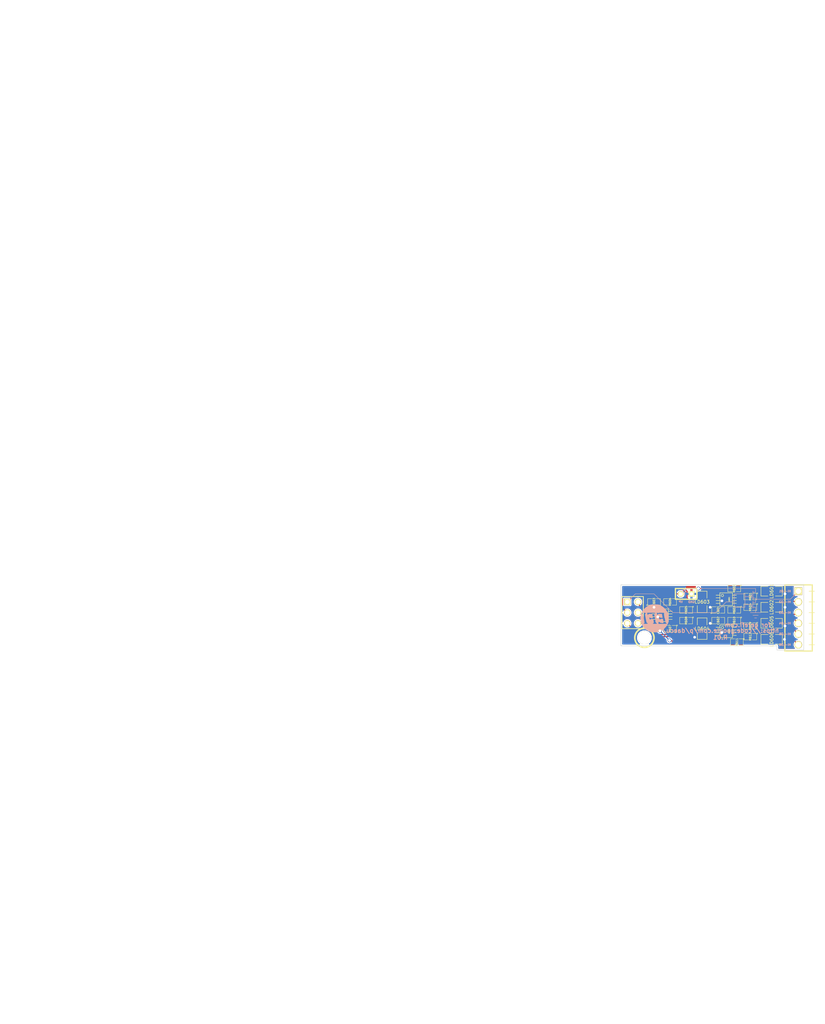
<source format=kicad_pcb>
(kicad_pcb (version 3) (host pcbnew "(2013-07-07 BZR 4022)-stable")

  (general
    (links 48)
    (no_connects 0)
    (area 28.778999 12.121499 224.790001 255.053501)
    (thickness 1.6)
    (drawings 72)
    (tracks 173)
    (zones 0)
    (modules 29)
    (nets 27)
  )

  (page B)
  (title_block 
    (title "High or low side drive board for gerefi.com")
    (rev .01)
    (company gerefi.com)
    (comment 2 Art_Electro)
    (comment 3 Art_Electro)
  )

  (layers
    (15 F.Cu signal)
    (0 B.Cu signal)
    (16 B.Adhes user)
    (17 F.Adhes user)
    (18 B.Paste user)
    (19 F.Paste user)
    (20 B.SilkS user)
    (21 F.SilkS user)
    (22 B.Mask user)
    (23 F.Mask user)
    (24 Dwgs.User user)
    (25 Cmts.User user)
    (26 Eco1.User user)
    (27 Eco2.User user)
    (28 Edge.Cuts user)
  )

  (setup
    (last_trace_width 0.254)
    (trace_clearance 0.2032)
    (zone_clearance 0.254)
    (zone_45_only no)
    (trace_min 0.254)
    (segment_width 0.1)
    (edge_width 0.1)
    (via_size 0.889)
    (via_drill 0.635)
    (via_min_size 0.889)
    (via_min_drill 0.508)
    (uvia_size 0.508)
    (uvia_drill 0.127)
    (uvias_allowed no)
    (uvia_min_size 0.508)
    (uvia_min_drill 0.127)
    (pcb_text_width 0.3)
    (pcb_text_size 1.5 1.5)
    (mod_edge_width 0.15)
    (mod_text_size 1 1)
    (mod_text_width 0.15)
    (pad_size 3 3)
    (pad_drill 3)
    (pad_to_mask_clearance 0)
    (aux_axis_origin 0 0)
    (visible_elements 7FFFFB3F)
    (pcbplotparams
      (layerselection 317751297)
      (usegerberextensions true)
      (excludeedgelayer true)
      (linewidth 0.150000)
      (plotframeref false)
      (viasonmask false)
      (mode 1)
      (useauxorigin false)
      (hpglpennumber 1)
      (hpglpenspeed 20)
      (hpglpendiameter 15)
      (hpglpenoverlay 2)
      (psnegative false)
      (psa4output false)
      (plotreference true)
      (plotvalue true)
      (plotothertext true)
      (plotinvisibletext false)
      (padsonsilk false)
      (subtractmaskfromsilk false)
      (outputformat 1)
      (mirror false)
      (drillshape 0)
      (scaleselection 1)
      (outputdirectory gerber))
  )

  (net 0 "")
  (net 1 /HL1)
  (net 2 /HL2)
  (net 3 /HL3)
  (net 4 /HL4)
  (net 5 /HL5)
  (net 6 /HL6)
  (net 7 /H_IN1)
  (net 8 /H_IN2)
  (net 9 /H_IN3)
  (net 10 /H_IN4)
  (net 11 /H_IN5)
  (net 12 /H_IN6)
  (net 13 /VP)
  (net 14 GND)
  (net 15 N-0000010)
  (net 16 N-0000011)
  (net 17 N-0000019)
  (net 18 N-0000021)
  (net 19 N-0000022)
  (net 20 N-0000023)
  (net 21 N-0000024)
  (net 22 N-0000025)
  (net 23 N-0000026)
  (net 24 N-0000029)
  (net 25 N-000006)
  (net 26 N-000008)

  (net_class Default "This is the default net class."
    (clearance 0.2032)
    (trace_width 0.254)
    (via_dia 0.889)
    (via_drill 0.635)
    (uvia_dia 0.508)
    (uvia_drill 0.127)
    (add_net "")
    (add_net /HL1)
    (add_net /HL2)
    (add_net /HL3)
    (add_net /HL4)
    (add_net /HL5)
    (add_net /HL6)
    (add_net /H_IN1)
    (add_net /H_IN2)
    (add_net /H_IN3)
    (add_net /H_IN4)
    (add_net /H_IN5)
    (add_net /H_IN6)
    (add_net /VP)
    (add_net GND)
    (add_net N-0000010)
    (add_net N-0000011)
    (add_net N-0000019)
    (add_net N-0000021)
    (add_net N-0000022)
    (add_net N-0000023)
    (add_net N-0000024)
    (add_net N-0000025)
    (add_net N-0000026)
    (add_net N-0000029)
    (add_net N-000006)
    (add_net N-000008)
  )

  (net_class .02 ""
    (clearance 0.2032)
    (trace_width 0.508)
    (via_dia 0.889)
    (via_drill 0.635)
    (uvia_dia 0.508)
    (uvia_drill 0.127)
  )

  (module SM1206 (layer F.Cu) (tedit 52E64023) (tstamp 52E63DA1)
    (at 195.58 161.29 270)
    (path /52E63D3F)
    (attr smd)
    (fp_text reference LD604 (at 0 0 360) (layer F.SilkS)
      (effects (font (size 0.762 0.762) (thickness 0.127)))
    )
    (fp_text value LED (at 0 0 270) (layer F.SilkS) hide
      (effects (font (size 0.762 0.762) (thickness 0.127)))
    )
    (fp_line (start -2.54 -1.143) (end -2.54 1.143) (layer F.SilkS) (width 0.127))
    (fp_line (start -2.54 1.143) (end -0.889 1.143) (layer F.SilkS) (width 0.127))
    (fp_line (start 0.889 -1.143) (end 2.54 -1.143) (layer F.SilkS) (width 0.127))
    (fp_line (start 2.54 -1.143) (end 2.54 1.143) (layer F.SilkS) (width 0.127))
    (fp_line (start 2.54 1.143) (end 0.889 1.143) (layer F.SilkS) (width 0.127))
    (fp_line (start -0.889 -1.143) (end -2.54 -1.143) (layer F.SilkS) (width 0.127))
    (pad 1 smd rect (at -1.651 0 270) (size 1.524 2.032)
      (layers F.Cu F.Paste F.Mask)
      (net 21 N-0000024)
    )
    (pad 2 smd rect (at 1.651 0 270) (size 1.524 2.032)
      (layers F.Cu F.Paste F.Mask)
      (net 14 GND)
    )
    (model smd/chip_cms.wrl
      (at (xyz 0 0 0))
      (scale (xyz 0.17 0.16 0.16))
      (rotate (xyz 0 0 0))
    )
  )

  (module SM1206 (layer F.Cu) (tedit 52E6402D) (tstamp 52E63DAD)
    (at 212.09 160.02)
    (path /52E63CC7)
    (attr smd)
    (fp_text reference LD605 (at 0 0 90) (layer F.SilkS)
      (effects (font (size 0.762 0.762) (thickness 0.127)))
    )
    (fp_text value LED (at 0 0) (layer F.SilkS) hide
      (effects (font (size 0.762 0.762) (thickness 0.127)))
    )
    (fp_line (start -2.54 -1.143) (end -2.54 1.143) (layer F.SilkS) (width 0.127))
    (fp_line (start -2.54 1.143) (end -0.889 1.143) (layer F.SilkS) (width 0.127))
    (fp_line (start 0.889 -1.143) (end 2.54 -1.143) (layer F.SilkS) (width 0.127))
    (fp_line (start 2.54 -1.143) (end 2.54 1.143) (layer F.SilkS) (width 0.127))
    (fp_line (start 2.54 1.143) (end 0.889 1.143) (layer F.SilkS) (width 0.127))
    (fp_line (start -0.889 -1.143) (end -2.54 -1.143) (layer F.SilkS) (width 0.127))
    (pad 1 smd rect (at -1.651 0) (size 1.524 2.032)
      (layers F.Cu F.Paste F.Mask)
      (net 25 N-000006)
    )
    (pad 2 smd rect (at 1.651 0) (size 1.524 2.032)
      (layers F.Cu F.Paste F.Mask)
      (net 14 GND)
    )
    (model smd/chip_cms.wrl
      (at (xyz 0 0 0))
      (scale (xyz 0.17 0.16 0.16))
      (rotate (xyz 0 0 0))
    )
  )

  (module SM1206 (layer F.Cu) (tedit 52E6402E) (tstamp 52E63DB9)
    (at 212.09 156.21)
    (path /52E63D2C)
    (attr smd)
    (fp_text reference LD602 (at 0 0 90) (layer F.SilkS)
      (effects (font (size 0.762 0.762) (thickness 0.127)))
    )
    (fp_text value LED (at 0 0) (layer F.SilkS) hide
      (effects (font (size 0.762 0.762) (thickness 0.127)))
    )
    (fp_line (start -2.54 -1.143) (end -2.54 1.143) (layer F.SilkS) (width 0.127))
    (fp_line (start -2.54 1.143) (end -0.889 1.143) (layer F.SilkS) (width 0.127))
    (fp_line (start 0.889 -1.143) (end 2.54 -1.143) (layer F.SilkS) (width 0.127))
    (fp_line (start 2.54 -1.143) (end 2.54 1.143) (layer F.SilkS) (width 0.127))
    (fp_line (start 2.54 1.143) (end 0.889 1.143) (layer F.SilkS) (width 0.127))
    (fp_line (start -0.889 -1.143) (end -2.54 -1.143) (layer F.SilkS) (width 0.127))
    (pad 1 smd rect (at -1.651 0) (size 1.524 2.032)
      (layers F.Cu F.Paste F.Mask)
      (net 26 N-000008)
    )
    (pad 2 smd rect (at 1.651 0) (size 1.524 2.032)
      (layers F.Cu F.Paste F.Mask)
      (net 14 GND)
    )
    (model smd/chip_cms.wrl
      (at (xyz 0 0 0))
      (scale (xyz 0.17 0.16 0.16))
      (rotate (xyz 0 0 0))
    )
  )

  (module SM1206 (layer F.Cu) (tedit 52E6402F) (tstamp 52E63DC5)
    (at 212.09 152.4)
    (path /52E63D36)
    (attr smd)
    (fp_text reference LD601 (at 0 0 90) (layer F.SilkS)
      (effects (font (size 0.762 0.762) (thickness 0.127)))
    )
    (fp_text value LED (at 0 0) (layer F.SilkS) hide
      (effects (font (size 0.762 0.762) (thickness 0.127)))
    )
    (fp_line (start -2.54 -1.143) (end -2.54 1.143) (layer F.SilkS) (width 0.127))
    (fp_line (start -2.54 1.143) (end -0.889 1.143) (layer F.SilkS) (width 0.127))
    (fp_line (start 0.889 -1.143) (end 2.54 -1.143) (layer F.SilkS) (width 0.127))
    (fp_line (start 2.54 -1.143) (end 2.54 1.143) (layer F.SilkS) (width 0.127))
    (fp_line (start 2.54 1.143) (end 0.889 1.143) (layer F.SilkS) (width 0.127))
    (fp_line (start -0.889 -1.143) (end -2.54 -1.143) (layer F.SilkS) (width 0.127))
    (pad 1 smd rect (at -1.651 0) (size 1.524 2.032)
      (layers F.Cu F.Paste F.Mask)
      (net 19 N-0000022)
    )
    (pad 2 smd rect (at 1.651 0) (size 1.524 2.032)
      (layers F.Cu F.Paste F.Mask)
      (net 14 GND)
    )
    (model smd/chip_cms.wrl
      (at (xyz 0 0 0))
      (scale (xyz 0.17 0.16 0.16))
      (rotate (xyz 0 0 0))
    )
  )

  (module SM1206 (layer F.Cu) (tedit 52E64030) (tstamp 52E63DD1)
    (at 212.09 163.83)
    (path /52E5BF3C)
    (attr smd)
    (fp_text reference LD606 (at 0 0 90) (layer F.SilkS)
      (effects (font (size 0.762 0.762) (thickness 0.127)))
    )
    (fp_text value LED (at 0 0) (layer F.SilkS) hide
      (effects (font (size 0.762 0.762) (thickness 0.127)))
    )
    (fp_line (start -2.54 -1.143) (end -2.54 1.143) (layer F.SilkS) (width 0.127))
    (fp_line (start -2.54 1.143) (end -0.889 1.143) (layer F.SilkS) (width 0.127))
    (fp_line (start 0.889 -1.143) (end 2.54 -1.143) (layer F.SilkS) (width 0.127))
    (fp_line (start 2.54 -1.143) (end 2.54 1.143) (layer F.SilkS) (width 0.127))
    (fp_line (start 2.54 1.143) (end 0.889 1.143) (layer F.SilkS) (width 0.127))
    (fp_line (start -0.889 -1.143) (end -2.54 -1.143) (layer F.SilkS) (width 0.127))
    (pad 1 smd rect (at -1.651 0) (size 1.524 2.032)
      (layers F.Cu F.Paste F.Mask)
      (net 22 N-0000025)
    )
    (pad 2 smd rect (at 1.651 0) (size 1.524 2.032)
      (layers F.Cu F.Paste F.Mask)
      (net 14 GND)
    )
    (model smd/chip_cms.wrl
      (at (xyz 0 0 0))
      (scale (xyz 0.17 0.16 0.16))
      (rotate (xyz 0 0 0))
    )
  )

  (module SM1206 (layer F.Cu) (tedit 52E64000) (tstamp 52E63DDD)
    (at 195.58 154.94 90)
    (path /52E63D48)
    (attr smd)
    (fp_text reference LD603 (at 0 0 180) (layer F.SilkS)
      (effects (font (size 0.762 0.762) (thickness 0.127)))
    )
    (fp_text value LED (at 0 0 90) (layer F.SilkS) hide
      (effects (font (size 0.762 0.762) (thickness 0.127)))
    )
    (fp_line (start -2.54 -1.143) (end -2.54 1.143) (layer F.SilkS) (width 0.127))
    (fp_line (start -2.54 1.143) (end -0.889 1.143) (layer F.SilkS) (width 0.127))
    (fp_line (start 0.889 -1.143) (end 2.54 -1.143) (layer F.SilkS) (width 0.127))
    (fp_line (start 2.54 -1.143) (end 2.54 1.143) (layer F.SilkS) (width 0.127))
    (fp_line (start 2.54 1.143) (end 0.889 1.143) (layer F.SilkS) (width 0.127))
    (fp_line (start -0.889 -1.143) (end -2.54 -1.143) (layer F.SilkS) (width 0.127))
    (pad 1 smd rect (at -1.651 0 90) (size 1.524 2.032)
      (layers F.Cu F.Paste F.Mask)
      (net 17 N-0000019)
    )
    (pad 2 smd rect (at 1.651 0 90) (size 1.524 2.032)
      (layers F.Cu F.Paste F.Mask)
      (net 14 GND)
    )
    (model smd/chip_cms.wrl
      (at (xyz 0 0 0))
      (scale (xyz 0.17 0.16 0.16))
      (rotate (xyz 0 0 0))
    )
  )

  (module SM0805 (layer F.Cu) (tedit 52E66D4D) (tstamp 52E63DEA)
    (at 187.96 161.29 180)
    (path /52E63D51)
    (attr smd)
    (fp_text reference R607 (at 0 0 270) (layer F.SilkS)
      (effects (font (size 0.50038 0.50038) (thickness 0.10922)))
    )
    (fp_text value 2700 (at 0 0.381 180) (layer F.SilkS) hide
      (effects (font (size 0.50038 0.50038) (thickness 0.10922)))
    )
    (fp_circle (center -1.651 0.762) (end -1.651 0.635) (layer F.SilkS) (width 0.09906))
    (fp_line (start -0.508 0.762) (end -1.524 0.762) (layer F.SilkS) (width 0.09906))
    (fp_line (start -1.524 0.762) (end -1.524 -0.762) (layer F.SilkS) (width 0.09906))
    (fp_line (start -1.524 -0.762) (end -0.508 -0.762) (layer F.SilkS) (width 0.09906))
    (fp_line (start 0.508 -0.762) (end 1.524 -0.762) (layer F.SilkS) (width 0.09906))
    (fp_line (start 1.524 -0.762) (end 1.524 0.762) (layer F.SilkS) (width 0.09906))
    (fp_line (start 1.524 0.762) (end 0.508 0.762) (layer F.SilkS) (width 0.09906))
    (pad 1 smd rect (at -0.9525 0 180) (size 0.889 1.397)
      (layers F.Cu F.Paste F.Mask)
      (net 21 N-0000024)
    )
    (pad 2 smd rect (at 0.9525 0 180) (size 0.889 1.397)
      (layers F.Cu F.Paste F.Mask)
      (net 16 N-0000011)
    )
    (model smd/chip_cms.wrl
      (at (xyz 0 0 0))
      (scale (xyz 0.1 0.1 0.1))
      (rotate (xyz 0 0 0))
    )
  )

  (module SM0805 (layer F.Cu) (tedit 52E66D47) (tstamp 52E63DF7)
    (at 191.77 159.385 180)
    (path /52E63D5A)
    (attr smd)
    (fp_text reference R608 (at 0 0 270) (layer F.SilkS)
      (effects (font (size 0.50038 0.50038) (thickness 0.10922)))
    )
    (fp_text value 100 (at 0 0.381 180) (layer F.SilkS) hide
      (effects (font (size 0.50038 0.50038) (thickness 0.10922)))
    )
    (fp_circle (center -1.651 0.762) (end -1.651 0.635) (layer F.SilkS) (width 0.09906))
    (fp_line (start -0.508 0.762) (end -1.524 0.762) (layer F.SilkS) (width 0.09906))
    (fp_line (start -1.524 0.762) (end -1.524 -0.762) (layer F.SilkS) (width 0.09906))
    (fp_line (start -1.524 -0.762) (end -0.508 -0.762) (layer F.SilkS) (width 0.09906))
    (fp_line (start 0.508 -0.762) (end 1.524 -0.762) (layer F.SilkS) (width 0.09906))
    (fp_line (start 1.524 -0.762) (end 1.524 0.762) (layer F.SilkS) (width 0.09906))
    (fp_line (start 1.524 0.762) (end 0.508 0.762) (layer F.SilkS) (width 0.09906))
    (pad 1 smd rect (at -0.9525 0 180) (size 0.889 1.397)
      (layers F.Cu F.Paste F.Mask)
      (net 4 /HL4)
    )
    (pad 2 smd rect (at 0.9525 0 180) (size 0.889 1.397)
      (layers F.Cu F.Paste F.Mask)
      (net 16 N-0000011)
    )
    (model smd/chip_cms.wrl
      (at (xyz 0 0 0))
      (scale (xyz 0.1 0.1 0.1))
      (rotate (xyz 0 0 0))
    )
  )

  (module SM0805 (layer F.Cu) (tedit 52E66D2A) (tstamp 52E63E04)
    (at 203.2 159.385 180)
    (path /52E63CB5)
    (attr smd)
    (fp_text reference R610 (at 0 0 270) (layer F.SilkS)
      (effects (font (size 0.50038 0.50038) (thickness 0.10922)))
    )
    (fp_text value 2700 (at 0 0.381 180) (layer F.SilkS) hide
      (effects (font (size 0.50038 0.50038) (thickness 0.10922)))
    )
    (fp_circle (center -1.651 0.762) (end -1.651 0.635) (layer F.SilkS) (width 0.09906))
    (fp_line (start -0.508 0.762) (end -1.524 0.762) (layer F.SilkS) (width 0.09906))
    (fp_line (start -1.524 0.762) (end -1.524 -0.762) (layer F.SilkS) (width 0.09906))
    (fp_line (start -1.524 -0.762) (end -0.508 -0.762) (layer F.SilkS) (width 0.09906))
    (fp_line (start 0.508 -0.762) (end 1.524 -0.762) (layer F.SilkS) (width 0.09906))
    (fp_line (start 1.524 -0.762) (end 1.524 0.762) (layer F.SilkS) (width 0.09906))
    (fp_line (start 1.524 0.762) (end 0.508 0.762) (layer F.SilkS) (width 0.09906))
    (pad 1 smd rect (at -0.9525 0 180) (size 0.889 1.397)
      (layers F.Cu F.Paste F.Mask)
      (net 25 N-000006)
    )
    (pad 2 smd rect (at 0.9525 0 180) (size 0.889 1.397)
      (layers F.Cu F.Paste F.Mask)
      (net 23 N-0000026)
    )
    (model smd/chip_cms.wrl
      (at (xyz 0 0 0))
      (scale (xyz 0.1 0.1 0.1))
      (rotate (xyz 0 0 0))
    )
  )

  (module SM0805 (layer F.Cu) (tedit 52E66D29) (tstamp 52E63E11)
    (at 203.2 156.845 180)
    (path /52E63D63)
    (attr smd)
    (fp_text reference R603 (at 0 0 270) (layer F.SilkS)
      (effects (font (size 0.50038 0.50038) (thickness 0.10922)))
    )
    (fp_text value 2700 (at 0 0.381 180) (layer F.SilkS) hide
      (effects (font (size 0.50038 0.50038) (thickness 0.10922)))
    )
    (fp_circle (center -1.651 0.762) (end -1.651 0.635) (layer F.SilkS) (width 0.09906))
    (fp_line (start -0.508 0.762) (end -1.524 0.762) (layer F.SilkS) (width 0.09906))
    (fp_line (start -1.524 0.762) (end -1.524 -0.762) (layer F.SilkS) (width 0.09906))
    (fp_line (start -1.524 -0.762) (end -0.508 -0.762) (layer F.SilkS) (width 0.09906))
    (fp_line (start 0.508 -0.762) (end 1.524 -0.762) (layer F.SilkS) (width 0.09906))
    (fp_line (start 1.524 -0.762) (end 1.524 0.762) (layer F.SilkS) (width 0.09906))
    (fp_line (start 1.524 0.762) (end 0.508 0.762) (layer F.SilkS) (width 0.09906))
    (pad 1 smd rect (at -0.9525 0 180) (size 0.889 1.397)
      (layers F.Cu F.Paste F.Mask)
      (net 26 N-000008)
    )
    (pad 2 smd rect (at 0.9525 0 180) (size 0.889 1.397)
      (layers F.Cu F.Paste F.Mask)
      (net 15 N-0000010)
    )
    (model smd/chip_cms.wrl
      (at (xyz 0 0 0))
      (scale (xyz 0.1 0.1 0.1))
      (rotate (xyz 0 0 0))
    )
  )

  (module SM0805 (layer F.Cu) (tedit 52E66D3F) (tstamp 52E63E1E)
    (at 207.01 156.21 180)
    (path /52E63D6C)
    (attr smd)
    (fp_text reference R604 (at 0 0 270) (layer F.SilkS)
      (effects (font (size 0.50038 0.50038) (thickness 0.10922)))
    )
    (fp_text value 100 (at 0 0.381 180) (layer F.SilkS) hide
      (effects (font (size 0.50038 0.50038) (thickness 0.10922)))
    )
    (fp_circle (center -1.651 0.762) (end -1.651 0.635) (layer F.SilkS) (width 0.09906))
    (fp_line (start -0.508 0.762) (end -1.524 0.762) (layer F.SilkS) (width 0.09906))
    (fp_line (start -1.524 0.762) (end -1.524 -0.762) (layer F.SilkS) (width 0.09906))
    (fp_line (start -1.524 -0.762) (end -0.508 -0.762) (layer F.SilkS) (width 0.09906))
    (fp_line (start 0.508 -0.762) (end 1.524 -0.762) (layer F.SilkS) (width 0.09906))
    (fp_line (start 1.524 -0.762) (end 1.524 0.762) (layer F.SilkS) (width 0.09906))
    (fp_line (start 1.524 0.762) (end 0.508 0.762) (layer F.SilkS) (width 0.09906))
    (pad 1 smd rect (at -0.9525 0 180) (size 0.889 1.397)
      (layers F.Cu F.Paste F.Mask)
      (net 2 /HL2)
    )
    (pad 2 smd rect (at 0.9525 0 180) (size 0.889 1.397)
      (layers F.Cu F.Paste F.Mask)
      (net 15 N-0000010)
    )
    (model smd/chip_cms.wrl
      (at (xyz 0 0 0))
      (scale (xyz 0.1 0.1 0.1))
      (rotate (xyz 0 0 0))
    )
  )

  (module SM0805 (layer F.Cu) (tedit 52E66D34) (tstamp 52E63E2B)
    (at 199.39 159.385)
    (path /52E63D75)
    (attr smd)
    (fp_text reference C602 (at 0 0 90) (layer F.SilkS)
      (effects (font (size 0.50038 0.50038) (thickness 0.10922)))
    )
    (fp_text value 0.1uF (at 0 0.381) (layer F.SilkS) hide
      (effects (font (size 0.50038 0.50038) (thickness 0.10922)))
    )
    (fp_circle (center -1.651 0.762) (end -1.651 0.635) (layer F.SilkS) (width 0.09906))
    (fp_line (start -0.508 0.762) (end -1.524 0.762) (layer F.SilkS) (width 0.09906))
    (fp_line (start -1.524 0.762) (end -1.524 -0.762) (layer F.SilkS) (width 0.09906))
    (fp_line (start -1.524 -0.762) (end -0.508 -0.762) (layer F.SilkS) (width 0.09906))
    (fp_line (start 0.508 -0.762) (end 1.524 -0.762) (layer F.SilkS) (width 0.09906))
    (fp_line (start 1.524 -0.762) (end 1.524 0.762) (layer F.SilkS) (width 0.09906))
    (fp_line (start 1.524 0.762) (end 0.508 0.762) (layer F.SilkS) (width 0.09906))
    (pad 1 smd rect (at -0.9525 0) (size 0.889 1.397)
      (layers F.Cu F.Paste F.Mask)
      (net 14 GND)
    )
    (pad 2 smd rect (at 0.9525 0) (size 0.889 1.397)
      (layers F.Cu F.Paste F.Mask)
      (net 13 /VP)
    )
    (model smd/chip_cms.wrl
      (at (xyz 0 0 0))
      (scale (xyz 0.1 0.1 0.1))
      (rotate (xyz 0 0 0))
    )
  )

  (module SM0805 (layer F.Cu) (tedit 52E66D3D) (tstamp 52E63E38)
    (at 207.01 153.67 180)
    (path /52E63D23)
    (attr smd)
    (fp_text reference R601 (at 0 0 270) (layer F.SilkS)
      (effects (font (size 0.50038 0.50038) (thickness 0.10922)))
    )
    (fp_text value 100 (at 0 0.381 180) (layer F.SilkS) hide
      (effects (font (size 0.50038 0.50038) (thickness 0.10922)))
    )
    (fp_circle (center -1.651 0.762) (end -1.651 0.635) (layer F.SilkS) (width 0.09906))
    (fp_line (start -0.508 0.762) (end -1.524 0.762) (layer F.SilkS) (width 0.09906))
    (fp_line (start -1.524 0.762) (end -1.524 -0.762) (layer F.SilkS) (width 0.09906))
    (fp_line (start -1.524 -0.762) (end -0.508 -0.762) (layer F.SilkS) (width 0.09906))
    (fp_line (start 0.508 -0.762) (end 1.524 -0.762) (layer F.SilkS) (width 0.09906))
    (fp_line (start 1.524 -0.762) (end 1.524 0.762) (layer F.SilkS) (width 0.09906))
    (fp_line (start 1.524 0.762) (end 0.508 0.762) (layer F.SilkS) (width 0.09906))
    (pad 1 smd rect (at -0.9525 0 180) (size 0.889 1.397)
      (layers F.Cu F.Paste F.Mask)
      (net 1 /HL1)
    )
    (pad 2 smd rect (at 0.9525 0 180) (size 0.889 1.397)
      (layers F.Cu F.Paste F.Mask)
      (net 20 N-0000023)
    )
    (model smd/chip_cms.wrl
      (at (xyz 0 0 0))
      (scale (xyz 0.1 0.1 0.1))
      (rotate (xyz 0 0 0))
    )
  )

  (module SM0805 (layer F.Cu) (tedit 52E66D30) (tstamp 52E63E45)
    (at 203.2 151.765 180)
    (path /52E63D1A)
    (attr smd)
    (fp_text reference R602 (at 0 0 270) (layer F.SilkS)
      (effects (font (size 0.50038 0.50038) (thickness 0.10922)))
    )
    (fp_text value 2700 (at 0 0.381 180) (layer F.SilkS) hide
      (effects (font (size 0.50038 0.50038) (thickness 0.10922)))
    )
    (fp_circle (center -1.651 0.762) (end -1.651 0.635) (layer F.SilkS) (width 0.09906))
    (fp_line (start -0.508 0.762) (end -1.524 0.762) (layer F.SilkS) (width 0.09906))
    (fp_line (start -1.524 0.762) (end -1.524 -0.762) (layer F.SilkS) (width 0.09906))
    (fp_line (start -1.524 -0.762) (end -0.508 -0.762) (layer F.SilkS) (width 0.09906))
    (fp_line (start 0.508 -0.762) (end 1.524 -0.762) (layer F.SilkS) (width 0.09906))
    (fp_line (start 1.524 -0.762) (end 1.524 0.762) (layer F.SilkS) (width 0.09906))
    (fp_line (start 1.524 0.762) (end 0.508 0.762) (layer F.SilkS) (width 0.09906))
    (pad 1 smd rect (at -0.9525 0 180) (size 0.889 1.397)
      (layers F.Cu F.Paste F.Mask)
      (net 19 N-0000022)
    )
    (pad 2 smd rect (at 0.9525 0 180) (size 0.889 1.397)
      (layers F.Cu F.Paste F.Mask)
      (net 20 N-0000023)
    )
    (model smd/chip_cms.wrl
      (at (xyz 0 0 0))
      (scale (xyz 0.1 0.1 0.1))
      (rotate (xyz 0 0 0))
    )
  )

  (module SM0805 (layer F.Cu) (tedit 52E66D49) (tstamp 52E63E52)
    (at 191.77 156.845 180)
    (path /52E63D11)
    (attr smd)
    (fp_text reference R605 (at 0 0 270) (layer F.SilkS)
      (effects (font (size 0.50038 0.50038) (thickness 0.10922)))
    )
    (fp_text value 100 (at 0 0.381 180) (layer F.SilkS) hide
      (effects (font (size 0.50038 0.50038) (thickness 0.10922)))
    )
    (fp_circle (center -1.651 0.762) (end -1.651 0.635) (layer F.SilkS) (width 0.09906))
    (fp_line (start -0.508 0.762) (end -1.524 0.762) (layer F.SilkS) (width 0.09906))
    (fp_line (start -1.524 0.762) (end -1.524 -0.762) (layer F.SilkS) (width 0.09906))
    (fp_line (start -1.524 -0.762) (end -0.508 -0.762) (layer F.SilkS) (width 0.09906))
    (fp_line (start 0.508 -0.762) (end 1.524 -0.762) (layer F.SilkS) (width 0.09906))
    (fp_line (start 1.524 -0.762) (end 1.524 0.762) (layer F.SilkS) (width 0.09906))
    (fp_line (start 1.524 0.762) (end 0.508 0.762) (layer F.SilkS) (width 0.09906))
    (pad 1 smd rect (at -0.9525 0 180) (size 0.889 1.397)
      (layers F.Cu F.Paste F.Mask)
      (net 3 /HL3)
    )
    (pad 2 smd rect (at 0.9525 0 180) (size 0.889 1.397)
      (layers F.Cu F.Paste F.Mask)
      (net 18 N-0000021)
    )
    (model smd/chip_cms.wrl
      (at (xyz 0 0 0))
      (scale (xyz 0.1 0.1 0.1))
      (rotate (xyz 0 0 0))
    )
  )

  (module SM0805 (layer F.Cu) (tedit 52E66D4B) (tstamp 52E63E5F)
    (at 187.96 154.94 180)
    (path /52E63D08)
    (attr smd)
    (fp_text reference R606 (at 0 0 270) (layer F.SilkS)
      (effects (font (size 0.50038 0.50038) (thickness 0.10922)))
    )
    (fp_text value 2700 (at 0 0.381 180) (layer F.SilkS) hide
      (effects (font (size 0.50038 0.50038) (thickness 0.10922)))
    )
    (fp_circle (center -1.651 0.762) (end -1.651 0.635) (layer F.SilkS) (width 0.09906))
    (fp_line (start -0.508 0.762) (end -1.524 0.762) (layer F.SilkS) (width 0.09906))
    (fp_line (start -1.524 0.762) (end -1.524 -0.762) (layer F.SilkS) (width 0.09906))
    (fp_line (start -1.524 -0.762) (end -0.508 -0.762) (layer F.SilkS) (width 0.09906))
    (fp_line (start 0.508 -0.762) (end 1.524 -0.762) (layer F.SilkS) (width 0.09906))
    (fp_line (start 1.524 -0.762) (end 1.524 0.762) (layer F.SilkS) (width 0.09906))
    (fp_line (start 1.524 0.762) (end 0.508 0.762) (layer F.SilkS) (width 0.09906))
    (pad 1 smd rect (at -0.9525 0 180) (size 0.889 1.397)
      (layers F.Cu F.Paste F.Mask)
      (net 17 N-0000019)
    )
    (pad 2 smd rect (at 0.9525 0 180) (size 0.889 1.397)
      (layers F.Cu F.Paste F.Mask)
      (net 18 N-0000021)
    )
    (model smd/chip_cms.wrl
      (at (xyz 0 0 0))
      (scale (xyz 0.1 0.1 0.1))
      (rotate (xyz 0 0 0))
    )
  )

  (module SM0805 (layer F.Cu) (tedit 52E66D32) (tstamp 52E63E6C)
    (at 199.39 156.845)
    (path /52E63D7E)
    (attr smd)
    (fp_text reference C601 (at 0 0 90) (layer F.SilkS)
      (effects (font (size 0.50038 0.50038) (thickness 0.10922)))
    )
    (fp_text value 0.1uF (at 0 0.381) (layer F.SilkS) hide
      (effects (font (size 0.50038 0.50038) (thickness 0.10922)))
    )
    (fp_circle (center -1.651 0.762) (end -1.651 0.635) (layer F.SilkS) (width 0.09906))
    (fp_line (start -0.508 0.762) (end -1.524 0.762) (layer F.SilkS) (width 0.09906))
    (fp_line (start -1.524 0.762) (end -1.524 -0.762) (layer F.SilkS) (width 0.09906))
    (fp_line (start -1.524 -0.762) (end -0.508 -0.762) (layer F.SilkS) (width 0.09906))
    (fp_line (start 0.508 -0.762) (end 1.524 -0.762) (layer F.SilkS) (width 0.09906))
    (fp_line (start 1.524 -0.762) (end 1.524 0.762) (layer F.SilkS) (width 0.09906))
    (fp_line (start 1.524 0.762) (end 0.508 0.762) (layer F.SilkS) (width 0.09906))
    (pad 1 smd rect (at -0.9525 0) (size 0.889 1.397)
      (layers F.Cu F.Paste F.Mask)
      (net 14 GND)
    )
    (pad 2 smd rect (at 0.9525 0) (size 0.889 1.397)
      (layers F.Cu F.Paste F.Mask)
      (net 13 /VP)
    )
    (model smd/chip_cms.wrl
      (at (xyz 0 0 0))
      (scale (xyz 0.1 0.1 0.1))
      (rotate (xyz 0 0 0))
    )
  )

  (module SM0805 (layer F.Cu) (tedit 52E66D41) (tstamp 52E63E79)
    (at 207.01 160.655 180)
    (path /52E63CBE)
    (attr smd)
    (fp_text reference R609 (at 0 0 270) (layer F.SilkS)
      (effects (font (size 0.50038 0.50038) (thickness 0.10922)))
    )
    (fp_text value 100 (at 0 0.381 180) (layer F.SilkS) hide
      (effects (font (size 0.50038 0.50038) (thickness 0.10922)))
    )
    (fp_circle (center -1.651 0.762) (end -1.651 0.635) (layer F.SilkS) (width 0.09906))
    (fp_line (start -0.508 0.762) (end -1.524 0.762) (layer F.SilkS) (width 0.09906))
    (fp_line (start -1.524 0.762) (end -1.524 -0.762) (layer F.SilkS) (width 0.09906))
    (fp_line (start -1.524 -0.762) (end -0.508 -0.762) (layer F.SilkS) (width 0.09906))
    (fp_line (start 0.508 -0.762) (end 1.524 -0.762) (layer F.SilkS) (width 0.09906))
    (fp_line (start 1.524 -0.762) (end 1.524 0.762) (layer F.SilkS) (width 0.09906))
    (fp_line (start 1.524 0.762) (end 0.508 0.762) (layer F.SilkS) (width 0.09906))
    (pad 1 smd rect (at -0.9525 0 180) (size 0.889 1.397)
      (layers F.Cu F.Paste F.Mask)
      (net 5 /HL5)
    )
    (pad 2 smd rect (at 0.9525 0 180) (size 0.889 1.397)
      (layers F.Cu F.Paste F.Mask)
      (net 23 N-0000026)
    )
    (model smd/chip_cms.wrl
      (at (xyz 0 0 0))
      (scale (xyz 0.1 0.1 0.1))
      (rotate (xyz 0 0 0))
    )
  )

  (module SM0805 (layer F.Cu) (tedit 52E66E45) (tstamp 52E63E86)
    (at 184.15 154.94)
    (path /524F7FBD)
    (attr smd)
    (fp_text reference C603 (at 0 0 90) (layer F.SilkS)
      (effects (font (size 0.50038 0.50038) (thickness 0.10922)))
    )
    (fp_text value 0.1uF (at 0 0.381) (layer F.SilkS) hide
      (effects (font (size 0.50038 0.50038) (thickness 0.10922)))
    )
    (fp_circle (center -1.651 0.762) (end -1.651 0.635) (layer F.SilkS) (width 0.09906))
    (fp_line (start -0.508 0.762) (end -1.524 0.762) (layer F.SilkS) (width 0.09906))
    (fp_line (start -1.524 0.762) (end -1.524 -0.762) (layer F.SilkS) (width 0.09906))
    (fp_line (start -1.524 -0.762) (end -0.508 -0.762) (layer F.SilkS) (width 0.09906))
    (fp_line (start 0.508 -0.762) (end 1.524 -0.762) (layer F.SilkS) (width 0.09906))
    (fp_line (start 1.524 -0.762) (end 1.524 0.762) (layer F.SilkS) (width 0.09906))
    (fp_line (start 1.524 0.762) (end 0.508 0.762) (layer F.SilkS) (width 0.09906))
    (pad 1 smd rect (at -0.9525 0) (size 0.889 1.397)
      (layers F.Cu F.Paste F.Mask)
      (net 14 GND)
    )
    (pad 2 smd rect (at 0.9525 0) (size 0.889 1.397)
      (layers F.Cu F.Paste F.Mask)
      (net 13 /VP)
    )
    (model smd/chip_cms.wrl
      (at (xyz 0 0 0))
      (scale (xyz 0.1 0.1 0.1))
      (rotate (xyz 0 0 0))
    )
  )

  (module SM0805 (layer F.Cu) (tedit 52E66D43) (tstamp 52E63E93)
    (at 207.01 163.195 180)
    (path /52E5BFE6)
    (attr smd)
    (fp_text reference R612 (at 0 0 270) (layer F.SilkS)
      (effects (font (size 0.50038 0.50038) (thickness 0.10922)))
    )
    (fp_text value 100 (at 0 0.381 180) (layer F.SilkS) hide
      (effects (font (size 0.50038 0.50038) (thickness 0.10922)))
    )
    (fp_circle (center -1.651 0.762) (end -1.651 0.635) (layer F.SilkS) (width 0.09906))
    (fp_line (start -0.508 0.762) (end -1.524 0.762) (layer F.SilkS) (width 0.09906))
    (fp_line (start -1.524 0.762) (end -1.524 -0.762) (layer F.SilkS) (width 0.09906))
    (fp_line (start -1.524 -0.762) (end -0.508 -0.762) (layer F.SilkS) (width 0.09906))
    (fp_line (start 0.508 -0.762) (end 1.524 -0.762) (layer F.SilkS) (width 0.09906))
    (fp_line (start 1.524 -0.762) (end 1.524 0.762) (layer F.SilkS) (width 0.09906))
    (fp_line (start 1.524 0.762) (end 0.508 0.762) (layer F.SilkS) (width 0.09906))
    (pad 1 smd rect (at -0.9525 0 180) (size 0.889 1.397)
      (layers F.Cu F.Paste F.Mask)
      (net 6 /HL6)
    )
    (pad 2 smd rect (at 0.9525 0 180) (size 0.889 1.397)
      (layers F.Cu F.Paste F.Mask)
      (net 24 N-0000029)
    )
    (model smd/chip_cms.wrl
      (at (xyz 0 0 0))
      (scale (xyz 0.1 0.1 0.1))
      (rotate (xyz 0 0 0))
    )
  )

  (module SM0805 (layer F.Cu) (tedit 52E66E41) (tstamp 52E63EA0)
    (at 203.835 164.465 180)
    (path /52E5BF4C)
    (attr smd)
    (fp_text reference R611 (at 0 0 270) (layer F.SilkS)
      (effects (font (size 0.50038 0.50038) (thickness 0.10922)))
    )
    (fp_text value 2700 (at 0 0.381 180) (layer F.SilkS) hide
      (effects (font (size 0.50038 0.50038) (thickness 0.10922)))
    )
    (fp_circle (center -1.651 0.762) (end -1.651 0.635) (layer F.SilkS) (width 0.09906))
    (fp_line (start -0.508 0.762) (end -1.524 0.762) (layer F.SilkS) (width 0.09906))
    (fp_line (start -1.524 0.762) (end -1.524 -0.762) (layer F.SilkS) (width 0.09906))
    (fp_line (start -1.524 -0.762) (end -0.508 -0.762) (layer F.SilkS) (width 0.09906))
    (fp_line (start 0.508 -0.762) (end 1.524 -0.762) (layer F.SilkS) (width 0.09906))
    (fp_line (start 1.524 -0.762) (end 1.524 0.762) (layer F.SilkS) (width 0.09906))
    (fp_line (start 1.524 0.762) (end 0.508 0.762) (layer F.SilkS) (width 0.09906))
    (pad 1 smd rect (at -0.9525 0 180) (size 0.889 1.397)
      (layers F.Cu F.Paste F.Mask)
      (net 22 N-0000025)
    )
    (pad 2 smd rect (at 0.9525 0 180) (size 0.889 1.397)
      (layers F.Cu F.Paste F.Mask)
      (net 24 N-0000029)
    )
    (model smd/chip_cms.wrl
      (at (xyz 0 0 0))
      (scale (xyz 0.1 0.1 0.1))
      (rotate (xyz 0 0 0))
    )
  )

  (module SIL-2 (layer F.Cu) (tedit 52E7CB55) (tstamp 52E63EB9)
    (at 191.77 153.035 180)
    (descr "Connecteurs 2 pins")
    (tags "CONN DEV")
    (path /52E63399)
    (fp_text reference P602 (at 3.81 0 180) (layer F.SilkS) hide
      (effects (font (size 1.016 1.016) (thickness 0.2032)))
    )
    (fp_text value CONN_2 (at 0 -2.54 180) (layer F.SilkS) hide
      (effects (font (size 1.524 1.016) (thickness 0.3048)))
    )
    (fp_line (start -2.54 1.27) (end -2.54 -1.27) (layer F.SilkS) (width 0.3048))
    (fp_line (start -2.54 -1.27) (end 2.54 -1.27) (layer F.SilkS) (width 0.3048))
    (fp_line (start 2.54 -1.27) (end 2.54 1.27) (layer F.SilkS) (width 0.3048))
    (fp_line (start 2.54 1.27) (end -2.54 1.27) (layer F.SilkS) (width 0.3048))
    (pad 1 thru_hole rect (at -1.27 0 180) (size 1.397 1.397) (drill 0.8128)
      (layers *.Cu *.Mask F.SilkS)
      (net 14 GND)
    )
    (pad 2 thru_hole circle (at 1.27 0 180) (size 1.397 1.397) (drill 0.8128)
      (layers *.Cu *.Mask F.SilkS)
      (net 13 /VP)
    )
  )

  (module pin_array_3x2 (layer F.Cu) (tedit 52E7CB5C) (tstamp 52E6404E)
    (at 179.07 157.48 270)
    (descr "Double rangee de contacts 2 x 4 pins")
    (tags CONN)
    (path /52E6349C)
    (fp_text reference P601 (at -5.08 0 360) (layer F.SilkS) hide
      (effects (font (size 1.016 1.016) (thickness 0.2032)))
    )
    (fp_text value CONN_3X2 (at 0 3.81 270) (layer F.SilkS) hide
      (effects (font (size 1.016 1.016) (thickness 0.2032)))
    )
    (fp_line (start 3.81 2.54) (end -3.81 2.54) (layer F.SilkS) (width 0.2032))
    (fp_line (start -3.81 -2.54) (end 3.81 -2.54) (layer F.SilkS) (width 0.2032))
    (fp_line (start 3.81 -2.54) (end 3.81 2.54) (layer F.SilkS) (width 0.2032))
    (fp_line (start -3.81 2.54) (end -3.81 -2.54) (layer F.SilkS) (width 0.2032))
    (pad 1 thru_hole rect (at -2.54 1.27 270) (size 1.524 1.524) (drill 1.016)
      (layers *.Cu *.Mask F.SilkS)
      (net 7 /H_IN1)
    )
    (pad 2 thru_hole circle (at -2.54 -1.27 270) (size 1.524 1.524) (drill 1.016)
      (layers *.Cu *.Mask F.SilkS)
      (net 8 /H_IN2)
    )
    (pad 3 thru_hole circle (at 0 1.27 270) (size 1.524 1.524) (drill 1.016)
      (layers *.Cu *.Mask F.SilkS)
      (net 9 /H_IN3)
    )
    (pad 4 thru_hole circle (at 0 -1.27 270) (size 1.524 1.524) (drill 1.016)
      (layers *.Cu *.Mask F.SilkS)
      (net 10 /H_IN4)
    )
    (pad 5 thru_hole circle (at 2.54 1.27 270) (size 1.524 1.524) (drill 1.016)
      (layers *.Cu *.Mask F.SilkS)
      (net 11 /H_IN5)
    )
    (pad 6 thru_hole circle (at 2.54 -1.27 270) (size 1.524 1.524) (drill 1.016)
      (layers *.Cu *.Mask F.SilkS)
      (net 12 /H_IN6)
    )
    (model pin_array/pins_array_3x2.wrl
      (at (xyz 0 0 0))
      (scale (xyz 1 1 1))
      (rotate (xyz 0 0 0))
    )
  )

  (module msoic-8 (layer F.Cu) (tedit 52E64008) (tstamp 52E641E6)
    (at 201.295 161.925 270)
    (descr MSOIC-8)
    (path /52E5BE64)
    (attr smd)
    (fp_text reference U603 (at 0 -0.70104 270) (layer F.SilkS)
      (effects (font (size 0.29972 0.29972) (thickness 0.07112)))
    )
    (fp_text value TC4427AVOA (at 0 0.29972 270) (layer F.SilkS) hide
      (effects (font (size 0.50038 0.50038) (thickness 0.09906)))
    )
    (fp_line (start 0.3302 -1.4986) (end 0.3302 -2.413) (layer F.SilkS) (width 0.127))
    (fp_line (start -0.3302 -1.4986) (end -0.3302 -2.413) (layer F.SilkS) (width 0.127))
    (fp_line (start -0.9652 -1.4986) (end -0.9652 -2.413) (layer F.SilkS) (width 0.127))
    (fp_line (start 0.9652 -1.4986) (end 0.9652 -2.413) (layer F.SilkS) (width 0.127))
    (fp_line (start 0.9652 1.4986) (end 0.9652 2.413) (layer F.SilkS) (width 0.127))
    (fp_line (start 0.3302 1.4986) (end 0.3302 2.413) (layer F.SilkS) (width 0.127))
    (fp_line (start -0.9652 1.4986) (end -0.9652 2.413) (layer F.SilkS) (width 0.127))
    (fp_line (start -0.3302 1.4986) (end -0.3302 2.413) (layer F.SilkS) (width 0.127))
    (fp_circle (center -0.89916 0.9017) (end -1.09982 1.09982) (layer F.SilkS) (width 0.127))
    (fp_line (start 1.50114 -1.50114) (end -1.50114 -1.50114) (layer F.SilkS) (width 0.127))
    (fp_line (start -1.50114 -1.50114) (end -1.50114 1.50114) (layer F.SilkS) (width 0.127))
    (fp_line (start -1.50114 1.50114) (end 1.50114 1.50114) (layer F.SilkS) (width 0.127))
    (fp_line (start 1.50114 1.50114) (end 1.50114 -1.50114) (layer F.SilkS) (width 0.127))
    (pad 1 smd rect (at -0.97536 2.30124 270) (size 0.40894 1.02108)
      (layers F.Cu F.Paste F.Mask)
    )
    (pad 2 smd rect (at -0.32512 2.30124 270) (size 0.40894 1.02108)
      (layers F.Cu F.Paste F.Mask)
      (net 12 /H_IN6)
    )
    (pad 3 smd rect (at 0.32512 2.30124 270) (size 0.40894 1.02108)
      (layers F.Cu F.Paste F.Mask)
      (net 14 GND)
    )
    (pad 4 smd rect (at 0.97536 2.30124 270) (size 0.40894 1.02108)
      (layers F.Cu F.Paste F.Mask)
      (net 11 /H_IN5)
    )
    (pad 5 smd rect (at 0.97536 -2.30124 270) (size 0.40894 1.02108)
      (layers F.Cu F.Paste F.Mask)
      (net 24 N-0000029)
    )
    (pad 6 smd rect (at 0.32512 -2.30124 270) (size 0.40894 1.02108)
      (layers F.Cu F.Paste F.Mask)
      (net 13 /VP)
    )
    (pad 7 smd rect (at -0.32512 -2.30124 270) (size 0.40894 1.02108)
      (layers F.Cu F.Paste F.Mask)
      (net 23 N-0000026)
    )
    (pad 8 smd rect (at -0.97536 -2.30124 270) (size 0.40894 1.02108)
      (layers F.Cu F.Paste F.Mask)
    )
    (model smd/smd_dil/msoic-8.wrl
      (at (xyz 0 0 0))
      (scale (xyz 1 1 1))
      (rotate (xyz 0 0 0))
    )
  )

  (module msoic-8 (layer F.Cu) (tedit 52E6400C) (tstamp 52E641FF)
    (at 186.055 158.115 270)
    (descr MSOIC-8)
    (path /52E63CA3)
    (attr smd)
    (fp_text reference U602 (at 0 -0.70104 270) (layer F.SilkS)
      (effects (font (size 0.29972 0.29972) (thickness 0.07112)))
    )
    (fp_text value TC4427AVOA (at 0 0.29972 270) (layer F.SilkS) hide
      (effects (font (size 0.50038 0.50038) (thickness 0.09906)))
    )
    (fp_line (start 0.3302 -1.4986) (end 0.3302 -2.413) (layer F.SilkS) (width 0.127))
    (fp_line (start -0.3302 -1.4986) (end -0.3302 -2.413) (layer F.SilkS) (width 0.127))
    (fp_line (start -0.9652 -1.4986) (end -0.9652 -2.413) (layer F.SilkS) (width 0.127))
    (fp_line (start 0.9652 -1.4986) (end 0.9652 -2.413) (layer F.SilkS) (width 0.127))
    (fp_line (start 0.9652 1.4986) (end 0.9652 2.413) (layer F.SilkS) (width 0.127))
    (fp_line (start 0.3302 1.4986) (end 0.3302 2.413) (layer F.SilkS) (width 0.127))
    (fp_line (start -0.9652 1.4986) (end -0.9652 2.413) (layer F.SilkS) (width 0.127))
    (fp_line (start -0.3302 1.4986) (end -0.3302 2.413) (layer F.SilkS) (width 0.127))
    (fp_circle (center -0.89916 0.9017) (end -1.09982 1.09982) (layer F.SilkS) (width 0.127))
    (fp_line (start 1.50114 -1.50114) (end -1.50114 -1.50114) (layer F.SilkS) (width 0.127))
    (fp_line (start -1.50114 -1.50114) (end -1.50114 1.50114) (layer F.SilkS) (width 0.127))
    (fp_line (start -1.50114 1.50114) (end 1.50114 1.50114) (layer F.SilkS) (width 0.127))
    (fp_line (start 1.50114 1.50114) (end 1.50114 -1.50114) (layer F.SilkS) (width 0.127))
    (pad 1 smd rect (at -0.97536 2.30124 270) (size 0.40894 1.02108)
      (layers F.Cu F.Paste F.Mask)
    )
    (pad 2 smd rect (at -0.32512 2.30124 270) (size 0.40894 1.02108)
      (layers F.Cu F.Paste F.Mask)
      (net 8 /H_IN2)
    )
    (pad 3 smd rect (at 0.32512 2.30124 270) (size 0.40894 1.02108)
      (layers F.Cu F.Paste F.Mask)
      (net 14 GND)
    )
    (pad 4 smd rect (at 0.97536 2.30124 270) (size 0.40894 1.02108)
      (layers F.Cu F.Paste F.Mask)
      (net 10 /H_IN4)
    )
    (pad 5 smd rect (at 0.97536 -2.30124 270) (size 0.40894 1.02108)
      (layers F.Cu F.Paste F.Mask)
      (net 16 N-0000011)
    )
    (pad 6 smd rect (at 0.32512 -2.30124 270) (size 0.40894 1.02108)
      (layers F.Cu F.Paste F.Mask)
      (net 13 /VP)
    )
    (pad 7 smd rect (at -0.32512 -2.30124 270) (size 0.40894 1.02108)
      (layers F.Cu F.Paste F.Mask)
      (net 18 N-0000021)
    )
    (pad 8 smd rect (at -0.97536 -2.30124 270) (size 0.40894 1.02108)
      (layers F.Cu F.Paste F.Mask)
    )
    (model smd/smd_dil/msoic-8.wrl
      (at (xyz 0 0 0))
      (scale (xyz 1 1 1))
      (rotate (xyz 0 0 0))
    )
  )

  (module msoic-8 (layer F.Cu) (tedit 52E64010) (tstamp 52E64218)
    (at 201.295 154.305 270)
    (descr MSOIC-8)
    (path /52E63CAC)
    (attr smd)
    (fp_text reference U601 (at 0 -0.70104 270) (layer F.SilkS)
      (effects (font (size 0.29972 0.29972) (thickness 0.07112)))
    )
    (fp_text value TC4427AVOA (at 0 0.29972 270) (layer F.SilkS) hide
      (effects (font (size 0.50038 0.50038) (thickness 0.09906)))
    )
    (fp_line (start 0.3302 -1.4986) (end 0.3302 -2.413) (layer F.SilkS) (width 0.127))
    (fp_line (start -0.3302 -1.4986) (end -0.3302 -2.413) (layer F.SilkS) (width 0.127))
    (fp_line (start -0.9652 -1.4986) (end -0.9652 -2.413) (layer F.SilkS) (width 0.127))
    (fp_line (start 0.9652 -1.4986) (end 0.9652 -2.413) (layer F.SilkS) (width 0.127))
    (fp_line (start 0.9652 1.4986) (end 0.9652 2.413) (layer F.SilkS) (width 0.127))
    (fp_line (start 0.3302 1.4986) (end 0.3302 2.413) (layer F.SilkS) (width 0.127))
    (fp_line (start -0.9652 1.4986) (end -0.9652 2.413) (layer F.SilkS) (width 0.127))
    (fp_line (start -0.3302 1.4986) (end -0.3302 2.413) (layer F.SilkS) (width 0.127))
    (fp_circle (center -0.89916 0.9017) (end -1.09982 1.09982) (layer F.SilkS) (width 0.127))
    (fp_line (start 1.50114 -1.50114) (end -1.50114 -1.50114) (layer F.SilkS) (width 0.127))
    (fp_line (start -1.50114 -1.50114) (end -1.50114 1.50114) (layer F.SilkS) (width 0.127))
    (fp_line (start -1.50114 1.50114) (end 1.50114 1.50114) (layer F.SilkS) (width 0.127))
    (fp_line (start 1.50114 1.50114) (end 1.50114 -1.50114) (layer F.SilkS) (width 0.127))
    (pad 1 smd rect (at -0.97536 2.30124 270) (size 0.40894 1.02108)
      (layers F.Cu F.Paste F.Mask)
    )
    (pad 2 smd rect (at -0.32512 2.30124 270) (size 0.40894 1.02108)
      (layers F.Cu F.Paste F.Mask)
      (net 9 /H_IN3)
    )
    (pad 3 smd rect (at 0.32512 2.30124 270) (size 0.40894 1.02108)
      (layers F.Cu F.Paste F.Mask)
      (net 14 GND)
    )
    (pad 4 smd rect (at 0.97536 2.30124 270) (size 0.40894 1.02108)
      (layers F.Cu F.Paste F.Mask)
      (net 7 /H_IN1)
    )
    (pad 5 smd rect (at 0.97536 -2.30124 270) (size 0.40894 1.02108)
      (layers F.Cu F.Paste F.Mask)
      (net 15 N-0000010)
    )
    (pad 6 smd rect (at 0.32512 -2.30124 270) (size 0.40894 1.02108)
      (layers F.Cu F.Paste F.Mask)
      (net 13 /VP)
    )
    (pad 7 smd rect (at -0.32512 -2.30124 270) (size 0.40894 1.02108)
      (layers F.Cu F.Paste F.Mask)
      (net 20 N-0000023)
    )
    (pad 8 smd rect (at -0.97536 -2.30124 270) (size 0.40894 1.02108)
      (layers F.Cu F.Paste F.Mask)
    )
    (model smd/smd_dil/msoic-8.wrl
      (at (xyz 0 0 0))
      (scale (xyz 1 1 1))
      (rotate (xyz 0 0 0))
    )
  )

  (module OSTVN06A150 (layer F.Cu) (tedit 52E7CB66) (tstamp 52E67C39)
    (at 218.44 158.75 270)
    (path /52967E40)
    (fp_text reference P603 (at -0.508 5.715 360) (layer F.SilkS) hide
      (effects (font (size 1.016 1.016) (thickness 0.2032)))
    )
    (fp_text value CONN_6 (at 0 5.08 270) (layer F.SilkS) hide
      (effects (font (size 1.524 1.016) (thickness 0.254)))
    )
    (fp_line (start 6.35 -2.54) (end 6.35 -3.81) (layer F.SilkS) (width 0.15))
    (fp_line (start 3.81 -2.54) (end 3.81 -3.81) (layer F.SilkS) (width 0.15))
    (fp_line (start 1.27 -2.54) (end 1.27 -3.81) (layer F.SilkS) (width 0.15))
    (fp_line (start -1.27 -2.54) (end -1.27 -3.81) (layer F.SilkS) (width 0.15))
    (fp_line (start -3.81 -2.54) (end -3.81 -3.81) (layer F.SilkS) (width 0.15))
    (fp_line (start -6.35 -2.54) (end -6.35 -3.81) (layer F.SilkS) (width 0.15))
    (fp_line (start -7.85 3.2) (end -7.85 -3.2) (layer F.SilkS) (width 0.3048))
    (fp_line (start -7.85 -3.3) (end 7.85 -3.3) (layer F.SilkS) (width 0.3048))
    (fp_line (start 7.85 -3.2) (end 7.85 3.2) (layer F.SilkS) (width 0.3048))
    (fp_line (start 7.85 3.2) (end -7.85 3.2) (layer F.SilkS) (width 0.3048))
    (pad 1 thru_hole rect (at -6.35 0 270) (size 1.8 1.8) (drill 1.3)
      (layers *.Cu *.Mask F.SilkS)
      (net 1 /HL1)
    )
    (pad 2 thru_hole circle (at -3.81 0 270) (size 1.8 1.8) (drill 1.3)
      (layers *.Cu *.Mask F.SilkS)
      (net 2 /HL2)
    )
    (pad 3 thru_hole circle (at -1.27 0 270) (size 1.8 1.8) (drill 1.3)
      (layers *.Cu *.Mask F.SilkS)
      (net 3 /HL3)
    )
    (pad 4 thru_hole circle (at 1.27 0 270) (size 1.8 1.8) (drill 1.3)
      (layers *.Cu *.Mask F.SilkS)
      (net 4 /HL4)
    )
    (pad 5 thru_hole circle (at 3.81 0 270) (size 1.8 1.8) (drill 1.3)
      (layers *.Cu *.Mask F.SilkS)
      (net 5 /HL5)
    )
    (pad 6 thru_hole circle (at 6.35 0 270) (size 1.8 1.8) (drill 1.3)
      (layers *.Cu *.Mask F.SilkS)
      (net 6 /HL6)
    )
    (model device/bornier_3.wrl
      (at (xyz 0 0 0))
      (scale (xyz 1 1 1))
      (rotate (xyz 0 0 0))
    )
  )

  (module 1pin (layer F.Cu) (tedit 52E7E2A1) (tstamp 52E6C0CD)
    (at 181.864 163.449)
    (descr "module 1 pin (ou trou mecanique de percage)")
    (tags DEV)
    (path /52E6C25B)
    (fp_text reference M601 (at -3.937 -0.381 90) (layer F.SilkS) hide
      (effects (font (size 1.016 1.016) (thickness 0.254)))
    )
    (fp_text value CONN_1 (at 0 2.794) (layer F.SilkS) hide
      (effects (font (size 1.016 1.016) (thickness 0.254)))
    )
    (fp_circle (center 0 0) (end 0 -2.286) (layer F.SilkS) (width 0.381))
    (pad "" thru_hole circle (at 0 0) (size 3 3) (drill 3)
      (layers *.Cu *.Mask F.SilkS)
    )
  )

  (module LOGO_F (layer B.Cu) (tedit 0) (tstamp 52E64053)
    (at 184.277 158.877)
    (path /529C04C3)
    (fp_text reference G601 (at 0 -4.14782) (layer B.SilkS) hide
      (effects (font (size 1.524 1.524) (thickness 0.3048)) (justify mirror))
    )
    (fp_text value LOGO (at 0 4.14782) (layer B.SilkS) hide
      (effects (font (size 1.524 1.524) (thickness 0.3048)) (justify mirror))
    )
    (fp_poly (pts (xy 3.34518 -0.04318) (xy 3.3401 0.381) (xy 3.32486 0.68326) (xy 3.28676 0.90932)
      (xy 3.22326 1.1049) (xy 3.12166 1.3208) (xy 3.10896 1.3462) (xy 2.921 1.64084)
      (xy 2.921 1.18618) (xy 2.79654 1.1049) (xy 2.75844 1.09982) (xy 2.68732 1.016)
      (xy 2.60096 0.76708) (xy 2.5019 0.35052) (xy 2.46126 0.14732) (xy 2.38252 -0.24638)
      (xy 2.31394 -0.58928) (xy 2.2606 -0.84074) (xy 2.23266 -0.9525) (xy 2.2479 -1.07696)
      (xy 2.32156 -1.09982) (xy 2.4384 -1.16586) (xy 2.45618 -1.22682) (xy 2.42824 -1.28524)
      (xy 2.33172 -1.3208) (xy 2.13868 -1.34366) (xy 1.82372 -1.35382) (xy 1.49606 -1.35382)
      (xy 0.53594 -1.35382) (xy 0.57404 -1.09982) (xy 0.63246 -0.92202) (xy 0.7239 -0.84836)
      (xy 0.72644 -0.84582) (xy 0.80264 -0.90678) (xy 0.79248 -0.97536) (xy 0.79248 -1.04648)
      (xy 0.889 -1.08458) (xy 1.10744 -1.09982) (xy 1.24714 -1.09982) (xy 1.75006 -1.09982)
      (xy 1.83388 -0.635) (xy 1.9177 -0.17018) (xy 1.59258 -0.17018) (xy 1.38684 -0.1905)
      (xy 1.27508 -0.23876) (xy 1.27 -0.254) (xy 1.20142 -0.3302) (xy 1.15316 -0.33782)
      (xy 1.0795 -0.2921) (xy 1.08204 -0.127) (xy 1.0922 -0.07112) (xy 1.1557 0.1016)
      (xy 1.24206 0.22352) (xy 1.3208 0.25908) (xy 1.35382 0.1778) (xy 1.35382 0.17526)
      (xy 1.43002 0.11684) (xy 1.61544 0.08636) (xy 1.68656 0.08382) (xy 2.0193 0.08382)
      (xy 2.07772 0.55372) (xy 2.10312 0.81788) (xy 2.10312 1.01092) (xy 2.09042 1.06934)
      (xy 1.9685 1.09982) (xy 1.76022 1.08458) (xy 1.52146 1.03886) (xy 1.31318 0.97536)
      (xy 1.1938 0.90424) (xy 1.18618 0.88138) (xy 1.1176 0.7747) (xy 1.05918 0.762)
      (xy 0.95758 0.8382) (xy 0.93218 1.016) (xy 0.93218 1.27) (xy 1.95072 1.27)
      (xy 2.42062 1.26238) (xy 2.74066 1.2446) (xy 2.90322 1.21158) (xy 2.921 1.18618)
      (xy 2.921 1.64084) (xy 2.67716 2.02692) (xy 2.15646 2.5654) (xy 1.5494 2.9591)
      (xy 1.02108 3.16484) (xy 0.59182 3.24866) (xy 0.59182 1.18618) (xy 0.52324 1.10998)
      (xy 0.46482 1.09982) (xy 0.35306 1.08458) (xy 0.33782 1.06934) (xy 0.32258 0.98044)
      (xy 0.2794 0.75692) (xy 0.21336 0.4318) (xy 0.13462 0.04064) (xy 0.127 0)
      (xy 0.03556 -0.44958) (xy -0.02794 -0.75692) (xy -0.06096 -0.94996) (xy -0.06858 -1.0541)
      (xy -0.05334 -1.09728) (xy -0.01524 -1.1049) (xy 0.04318 -1.09982) (xy 0.15494 -1.1684)
      (xy 0.17018 -1.22682) (xy 0.14224 -1.28524) (xy 0.04572 -1.3208) (xy -0.14732 -1.34366)
      (xy -0.46228 -1.35382) (xy -0.78994 -1.35382) (xy -1.75006 -1.35382) (xy -1.71196 -1.09982)
      (xy -1.65354 -0.92202) (xy -1.5621 -0.84836) (xy -1.55956 -0.84582) (xy -1.48336 -0.90678)
      (xy -1.49352 -0.97282) (xy -1.49098 -1.04902) (xy -1.39446 -1.08712) (xy -1.1684 -1.09982)
      (xy -1.07188 -1.09982) (xy -0.80772 -1.08966) (xy -0.61976 -1.05918) (xy -0.56134 -1.03378)
      (xy -0.52578 -0.9144) (xy -0.48514 -0.69088) (xy -0.45974 -0.52578) (xy -0.40132 -0.08382)
      (xy -0.69342 -0.08382) (xy -0.91948 -0.11176) (xy -1.07696 -0.18034) (xy -1.08204 -0.18542)
      (xy -1.1938 -0.254) (xy -1.2319 -0.17018) (xy -1.21158 0.02032) (xy -1.143 0.17018)
      (xy -1.04394 0.254) (xy -0.95758 0.24892) (xy -0.93218 0.17018) (xy -0.86106 0.10668)
      (xy -0.69596 0.08382) (xy -0.50546 0.1016) (xy -0.35306 0.15494) (xy -0.31242 0.20066)
      (xy -0.27432 0.35052) (xy -0.2286 0.59436) (xy -0.20828 0.70866) (xy -0.18288 0.94996)
      (xy -0.20066 1.0668) (xy -0.27686 1.09982) (xy -0.28702 1.09982) (xy -0.4064 1.143)
      (xy -0.42418 1.18618) (xy -0.34544 1.22936) (xy -0.14478 1.25984) (xy 0.08382 1.27)
      (xy 0.3556 1.2573) (xy 0.53848 1.22428) (xy 0.59182 1.18618) (xy 0.59182 3.24866)
      (xy 0.5715 3.25374) (xy 0.0508 3.2893) (xy -0.4699 3.27152) (xy -0.91694 3.2004)
      (xy -0.99314 3.17754) (xy -1.59004 2.91338) (xy -2.15392 2.52222) (xy -2.63652 2.03708)
      (xy -2.99974 1.49606) (xy -3.03022 1.43256) (xy -3.22326 0.90932) (xy -3.3401 0.32258)
      (xy -3.3655 -0.2413) (xy -3.3528 -0.39624) (xy -3.29946 -0.7366) (xy -3.23088 -1.01092)
      (xy -3.15722 -1.18872) (xy -3.0861 -1.23698) (xy -3.06578 -1.21666) (xy -2.93624 -1.10998)
      (xy -2.88544 -1.08712) (xy -2.80924 -0.98298) (xy -2.7178 -0.71374) (xy -2.6162 -0.2921)
      (xy -2.57302 -0.08128) (xy -2.48158 0.38354) (xy -2.42316 0.70612) (xy -2.39268 0.9144)
      (xy -2.39014 1.03124) (xy -2.41554 1.08458) (xy -2.4638 1.09982) (xy -2.49682 1.09982)
      (xy -2.61112 1.14554) (xy -2.62382 1.18618) (xy -2.54762 1.22936) (xy -2.34696 1.25984)
      (xy -2.11582 1.27) (xy -1.8288 1.25476) (xy -1.651 1.21412) (xy -1.60274 1.15824)
      (xy -1.7018 1.09728) (xy -1.76276 1.0795) (xy -1.8415 1.02362) (xy -1.91008 0.88646)
      (xy -1.97866 0.63754) (xy -2.05486 0.25146) (xy -2.06248 0.2032) (xy -2.13106 -0.18288)
      (xy -2.19456 -0.52578) (xy -2.24282 -0.78232) (xy -2.25806 -0.86868) (xy -2.27076 -1.0414)
      (xy -2.19202 -1.09982) (xy -2.1717 -1.10236) (xy -2.07772 -1.15316) (xy -2.08534 -1.22936)
      (xy -2.1717 -1.30556) (xy -2.36728 -1.3462) (xy -2.6416 -1.35636) (xy -3.14706 -1.35382)
      (xy -2.95656 -1.67132) (xy -2.5781 -2.18186) (xy -2.09296 -2.64668) (xy -1.55702 -3.01244)
      (xy -1.44018 -3.0734) (xy -1.18618 -3.19532) (xy -0.97536 -3.27152) (xy -0.75692 -3.31724)
      (xy -0.48514 -3.33756) (xy -0.10668 -3.34264) (xy 0.04064 -3.34264) (xy 0.46482 -3.33756)
      (xy 0.76962 -3.32232) (xy 1.00076 -3.28422) (xy 1.2065 -3.21564) (xy 1.43764 -3.1115)
      (xy 1.47574 -3.09372) (xy 2.00914 -2.7559) (xy 2.50444 -2.30378) (xy 2.91592 -1.78816)
      (xy 3.10134 -1.46812) (xy 3.21056 -1.2319) (xy 3.28168 -1.02616) (xy 3.31978 -0.8001)
      (xy 3.3401 -0.50546) (xy 3.34264 -0.09398) (xy 3.34518 -0.04318) (xy 3.34518 -0.04318)) (layer B.SilkS) (width 0.00254))
  )

  (gr_line (start 176.403 165.354) (end 176.276 165.354) (angle 90) (layer Edge.Cuts) (width 0.1))
  (gr_line (start 176.276 150.876) (end 176.403 150.876) (angle 90) (layer Edge.Cuts) (width 0.1))
  (gr_line (start 176.53 165.354) (end 176.403 165.354) (angle 90) (layer Edge.Cuts) (width 0.1))
  (gr_line (start 176.53 150.876) (end 176.403 150.876) (angle 90) (layer Edge.Cuts) (width 0.1))
  (gr_line (start 219.71 150.876) (end 219.71 166.37) (angle 90) (layer Edge.Cuts) (width 0.1))
  (gr_line (start 176.53 150.876) (end 219.71 150.876) (angle 90) (layer Edge.Cuts) (width 0.1))
  (gr_line (start 176.276 165.354) (end 176.276 150.876) (angle 90) (layer Edge.Cuts) (width 0.1))
  (gr_line (start 213.36 165.354) (end 176.53 165.354) (angle 90) (layer Edge.Cuts) (width 0.1))
  (gr_line (start 213.36 165.354) (end 213.36 166.37) (angle 90) (layer Edge.Cuts) (width 0.1))
  (gr_line (start 219.71 166.37) (end 213.36 166.37) (angle 90) (layer Edge.Cuts) (width 0.1))
  (gr_line (start 120.65 93.345) (end 186.69 93.345) (angle 90) (layer Eco2.User) (width 0.02))
  (gr_line (start 186.69 190.5) (end 186.69 93.345) (angle 90) (layer Eco2.User) (width 0.02))
  (gr_text "for gerefi.com" (at 206.375 160.401) (layer B.SilkS)
    (effects (font (size 1.016 1.016) (thickness 0.2032)) (justify mirror))
  )
  (gr_line (start 201.295 154.94) (end 203.2 154.94) (angle 90) (layer B.SilkS) (width 0.1))
  (gr_line (start 198.755 157.48) (end 201.295 154.94) (angle 90) (layer B.SilkS) (width 0.1))
  (gr_line (start 188.595 157.48) (end 198.755 157.48) (angle 90) (layer B.SilkS) (width 0.1))
  (gr_line (start 184.15 153.035) (end 188.595 157.48) (angle 90) (layer B.SilkS) (width 0.1))
  (gr_line (start 179.705 153.035) (end 184.15 153.035) (angle 90) (layer B.SilkS) (width 0.1))
  (gr_line (start 177.8 154.94) (end 179.705 153.035) (angle 90) (layer B.SilkS) (width 0.1))
  (gr_line (start 208.026 158.75) (end 208.534 158.75) (angle 90) (layer B.SilkS) (width 0.1))
  (gr_line (start 208.28 152.654) (end 208.28 151.765) (angle 90) (layer B.SilkS) (width 0.1))
  (gr_line (start 208.28 154.305) (end 208.28 154.051) (angle 90) (layer B.SilkS) (width 0.1))
  (gr_line (start 207.645 152.654) (end 208.28 152.654) (angle 90) (layer B.SilkS) (width 0.1))
  (gr_line (start 207.645 154.051) (end 208.28 154.051) (angle 90) (layer B.SilkS) (width 0.1))
  (gr_line (start 207.01 155.575) (end 207.391 155.575) (angle 90) (layer B.SilkS) (width 0.1))
  (gr_line (start 207.391 156.21) (end 207.391 155.575) (angle 90) (layer B.SilkS) (width 0.1))
  (gr_line (start 207.391 153.67) (end 207.01 153.67) (angle 90) (layer B.SilkS) (width 0.1))
  (gr_line (start 207.391 153.035) (end 207.391 153.67) (angle 90) (layer B.SilkS) (width 0.1))
  (gr_line (start 208.28 155.067) (end 207.645 155.067) (angle 90) (layer B.SilkS) (width 0.1))
  (gr_line (start 208.28 154.305) (end 208.28 155.067) (angle 90) (layer B.SilkS) (width 0.1))
  (gr_line (start 207.645 156.464) (end 207.645 154.813) (angle 90) (layer B.SilkS) (width 0.1))
  (gr_line (start 207.645 156.21) (end 208.28 156.21) (angle 90) (layer B.SilkS) (width 0.1))
  (gr_line (start 191.77 151.765) (end 208.28 151.765) (angle 90) (layer B.SilkS) (width 0.1))
  (gr_line (start 190.5 153.035) (end 191.77 151.765) (angle 90) (layer B.SilkS) (width 0.1))
  (gr_line (start 203.2 153.035) (end 205.74 153.035) (angle 90) (layer B.SilkS) (width 0.1))
  (gr_line (start 203.2 156.21) (end 203.2 153.035) (angle 90) (layer B.SilkS) (width 0.1))
  (gr_line (start 205.74 156.21) (end 203.2 156.21) (angle 90) (layer B.SilkS) (width 0.1))
  (gr_line (start 205.74 153.035) (end 205.74 156.21) (angle 90) (layer B.SilkS) (width 0.1))
  (gr_line (start 207.01 155.575) (end 205.74 155.575) (angle 90) (layer B.SilkS) (width 0.1))
  (gr_line (start 207.645 158.115) (end 208.915 158.115) (angle 90) (layer B.SilkS) (width 0.1))
  (gr_line (start 207.01 157.48) (end 209.55 157.48) (angle 90) (layer B.SilkS) (width 0.1))
  (gr_line (start 208.28 156.21) (end 208.28 157.48) (angle 90) (layer B.SilkS) (width 0.1))
  (gr_line (start 207.01 153.67) (end 205.74 153.67) (angle 90) (layer B.SilkS) (width 0.1))
  (gr_line (start 207.645 154.305) (end 207.645 152.4) (angle 90) (layer B.SilkS) (width 0.1))
  (gr_line (start 207.645 153.67) (end 207.645 154.305) (angle 90) (layer B.SilkS) (width 0.1))
  (gr_line (start 216.535 154.305) (end 208.28 154.305) (angle 90) (layer B.SilkS) (width 0.1))
  (gr_line (start 218.44 152.4) (end 216.535 154.305) (angle 90) (layer B.SilkS) (width 0.1))
  (gr_text "https://code.google.com/p/daecu/\nR.01" (at 199.898 162.56) (layer B.SilkS)
    (effects (font (size 1.016 1.016) (thickness 0.2032)) (justify mirror))
  )
  (gr_text HI-LO2 (at 215.265 154.94) (layer B.SilkS)
    (effects (font (size 0.508 0.508) (thickness 0.127)) (justify mirror))
  )
  (gr_text HI-LO1 (at 215.265 152.4) (layer B.SilkS)
    (effects (font (size 0.508 0.508) (thickness 0.127)) (justify mirror))
  )
  (gr_text HI-LO3 (at 215.265 157.48) (layer B.SilkS)
    (effects (font (size 0.508 0.508) (thickness 0.127)) (justify mirror))
  )
  (gr_text HI-LO4 (at 215.265 160.02) (layer B.SilkS)
    (effects (font (size 0.508 0.508) (thickness 0.127)) (justify mirror))
  )
  (gr_text GND (at 193.04 154.94) (layer B.SilkS)
    (effects (font (size 0.508 0.508) (thickness 0.127)) (justify mirror))
  )
  (gr_text VP (at 190.5 154.94) (layer B.SilkS)
    (effects (font (size 0.508 0.508) (thickness 0.127)) (justify mirror))
  )
  (gr_text HI-LO6 (at 215.265 165.1) (layer B.SilkS)
    (effects (font (size 0.508 0.508) (thickness 0.127)) (justify mirror))
  )
  (gr_text HI-LO5 (at 215.265 162.56) (layer B.SilkS)
    (effects (font (size 0.508 0.508) (thickness 0.127)) (justify mirror))
  )
  (gr_line (start 120.65 190.5) (end 120.65 93.345) (angle 90) (layer Eco2.User) (width 0.02))
  (gr_line (start 127 127) (end 129.54 127) (angle 90) (layer Eco2.User) (width 0.02))
  (gr_line (start 129.54 187.96) (end 129.54 127) (angle 90) (layer Eco2.User) (width 0.02))
  (gr_line (start 127 127) (end 127 187.96) (angle 90) (layer Eco2.User) (width 0.02))
  (gr_line (start 219.71 166.37) (end 213.36 166.37) (angle 90) (layer Eco2.User) (width 0.1))
  (gr_line (start 219.71 151.13) (end 219.71 166.37) (angle 90) (layer Eco2.User) (width 0.1))
  (gr_line (start 120.65 190.5) (end 186.69 190.5) (angle 90) (layer Eco2.User) (width 0.02))
  (gr_line (start 180.34 127) (end 177.8 127) (angle 90) (layer Eco2.User) (width 0.02))
  (gr_line (start 180.34 187.96) (end 180.34 127) (angle 90) (layer Eco2.User) (width 0.02))
  (gr_line (start 177.8 187.96) (end 180.34 187.96) (angle 90) (layer Eco2.User) (width 0.02))
  (gr_line (start 177.8 127) (end 177.8 187.96) (angle 90) (layer Eco2.User) (width 0.02))
  (gr_line (start 127 187.96) (end 129.54 187.96) (angle 90) (layer Eco2.User) (width 0.02))
  (gr_line (start 204.9655 12.1715) (end 204.9655 255.0035) (angle 90) (layer Eco2.User) (width 0.1))
  (gr_line (start 28.829 255.0035) (end 28.829 12.1715) (angle 90) (layer Eco2.User) (width 0.1))
  (gr_line (start 28.829 12.1715) (end 204.9655 12.1715) (angle 90) (layer Eco2.User) (width 0.1))
  (gr_line (start 205.029 255.0035) (end 28.829 255.0035) (angle 90) (layer Eco2.User) (width 0.1) (tstamp 52CD5E85))

  (segment (start 207.9625 153.67) (end 208.28 153.67) (width 0.254) (layer F.Cu) (net 1))
  (segment (start 216.789 154.051) (end 218.44 152.4) (width 0.254) (layer F.Cu) (net 1) (tstamp 52E6776F))
  (segment (start 208.661 154.051) (end 216.789 154.051) (width 0.254) (layer F.Cu) (net 1) (tstamp 52E6776C))
  (segment (start 208.28 153.67) (end 208.661 154.051) (width 0.254) (layer F.Cu) (net 1) (tstamp 52E6776A))
  (segment (start 207.9625 156.21) (end 207.9625 156.0195) (width 0.254) (layer F.Cu) (net 2))
  (segment (start 218.313 154.813) (end 218.44 154.94) (width 0.254) (layer F.Cu) (net 2) (tstamp 52E67762))
  (segment (start 209.169 154.813) (end 218.313 154.813) (width 0.254) (layer F.Cu) (net 2) (tstamp 52E6775D))
  (segment (start 207.9625 156.0195) (end 209.169 154.813) (width 0.254) (layer F.Cu) (net 2) (tstamp 52E6775C))
  (segment (start 192.7225 156.845) (end 193.04 156.845) (width 0.254) (layer F.Cu) (net 3))
  (segment (start 218.0336 157.8864) (end 218.44 157.48) (width 0.254) (layer F.Cu) (net 3) (tstamp 52E67742))
  (segment (start 194.0814 157.8864) (end 218.0336 157.8864) (width 0.254) (layer F.Cu) (net 3) (tstamp 52E6772D))
  (segment (start 193.04 156.845) (end 194.0814 157.8864) (width 0.254) (layer F.Cu) (net 3) (tstamp 52E6772B))
  (segment (start 192.7225 159.385) (end 192.786 159.385) (width 0.254) (layer F.Cu) (net 4))
  (segment (start 216.763602 158.343602) (end 218.44 160.02) (width 0.254) (layer F.Cu) (net 4) (tstamp 52E67754))
  (segment (start 193.827398 158.343602) (end 216.763602 158.343602) (width 0.254) (layer F.Cu) (net 4) (tstamp 52E67752))
  (segment (start 192.786 159.385) (end 193.827398 158.343602) (width 0.254) (layer F.Cu) (net 4) (tstamp 52E67747))
  (segment (start 207.9625 160.655) (end 208.28 160.655) (width 0.254) (layer F.Cu) (net 5))
  (segment (start 217.424 161.544) (end 218.44 162.56) (width 0.254) (layer F.Cu) (net 5) (tstamp 52E6779F))
  (segment (start 209.169 161.544) (end 217.424 161.544) (width 0.254) (layer F.Cu) (net 5) (tstamp 52E6779D))
  (segment (start 208.28 160.655) (end 209.169 161.544) (width 0.254) (layer F.Cu) (net 5) (tstamp 52E6779B))
  (segment (start 207.9625 163.195) (end 208.28 163.195) (width 0.254) (layer F.Cu) (net 6))
  (segment (start 215.519 162.179) (end 218.44 165.1) (width 0.254) (layer F.Cu) (net 6) (tstamp 52E67796))
  (segment (start 209.296 162.179) (end 215.519 162.179) (width 0.254) (layer F.Cu) (net 6) (tstamp 52E67793))
  (segment (start 208.28 163.195) (end 209.296 162.179) (width 0.254) (layer F.Cu) (net 6) (tstamp 52E67792))
  (segment (start 198.99376 155.28036) (end 197.380862 155.28036) (width 0.254) (layer F.Cu) (net 7))
  (segment (start 180.7464 151.9936) (end 177.8 154.94) (width 0.254) (layer F.Cu) (net 7) (tstamp 52E67A0E))
  (segment (start 190.9318 151.9936) (end 180.7464 151.9936) (width 0.254) (layer F.Cu) (net 7) (tstamp 52E67A0D))
  (segment (start 191.5414 152.6032) (end 190.9318 151.9936) (width 0.254) (layer F.Cu) (net 7) (tstamp 52E67A0B))
  (segment (start 191.5414 154.2034) (end 191.5414 152.6032) (width 0.254) (layer F.Cu) (net 7) (tstamp 52E67A09))
  (segment (start 192.519298 155.181298) (end 191.5414 154.2034) (width 0.254) (layer F.Cu) (net 7) (tstamp 52E67A06))
  (segment (start 197.2818 155.181298) (end 192.519298 155.181298) (width 0.254) (layer F.Cu) (net 7) (tstamp 52E67A05))
  (segment (start 197.380862 155.28036) (end 197.2818 155.181298) (width 0.254) (layer F.Cu) (net 7) (tstamp 52E67A03))
  (segment (start 183.75376 157.78988) (end 182.74538 157.78988) (width 0.254) (layer F.Cu) (net 8))
  (segment (start 180.34 155.3845) (end 180.34 154.94) (width 0.254) (layer F.Cu) (net 8) (tstamp 52E67927))
  (segment (start 182.74538 157.78988) (end 180.34 155.3845) (width 0.254) (layer F.Cu) (net 8) (tstamp 52E67926))
  (segment (start 198.99376 153.97988) (end 198.08952 153.97988) (width 0.254) (layer F.Cu) (net 9))
  (segment (start 176.657 156.337) (end 177.8 157.48) (width 0.254) (layer F.Cu) (net 9) (tstamp 52E679FB))
  (segment (start 176.657 153.797) (end 176.657 156.337) (width 0.254) (layer F.Cu) (net 9) (tstamp 52E679F9))
  (segment (start 178.917602 151.536398) (end 176.657 153.797) (width 0.254) (layer F.Cu) (net 9) (tstamp 52E679F4))
  (segment (start 191.12118 151.536398) (end 178.917602 151.536398) (width 0.254) (layer F.Cu) (net 9) (tstamp 52E679F3))
  (segment (start 191.998602 152.41382) (end 191.12118 151.536398) (width 0.254) (layer F.Cu) (net 9) (tstamp 52E679F1))
  (segment (start 191.998602 154.01402) (end 191.998602 152.41382) (width 0.254) (layer F.Cu) (net 9) (tstamp 52E679EF))
  (segment (start 192.708678 154.724096) (end 191.998602 154.01402) (width 0.254) (layer F.Cu) (net 9) (tstamp 52E679ED))
  (segment (start 197.345304 154.724096) (end 192.708678 154.724096) (width 0.254) (layer F.Cu) (net 9) (tstamp 52E679EB))
  (segment (start 198.08952 153.97988) (end 197.345304 154.724096) (width 0.254) (layer F.Cu) (net 9) (tstamp 52E679EA))
  (segment (start 183.75376 159.09036) (end 182.45836 159.09036) (width 0.254) (layer F.Cu) (net 10))
  (segment (start 180.848 157.48) (end 180.34 157.48) (width 0.254) (layer F.Cu) (net 10) (tstamp 52E67921))
  (segment (start 182.45836 159.09036) (end 180.848 157.48) (width 0.254) (layer F.Cu) (net 10) (tstamp 52E6791F))
  (segment (start 198.99376 162.90036) (end 198.20636 162.90036) (width 0.254) (layer F.Cu) (net 11))
  (segment (start 183.896 163.195) (end 183.896 161.29) (width 0.254) (layer F.Cu) (net 11) (tstamp 52E67A3F) (status 10))
  (segment (start 183.896 161.29) (end 179.07 161.29) (width 0.254) (layer F.Cu) (net 11) (tstamp 52E6C13A) (status 10))
  (segment (start 179.07 161.29) (end 177.8 160.02) (width 0.254) (layer F.Cu) (net 11) (tstamp 52E6C0FB))
  (segment (start 192.72138 163.144202) (end 183.896 163.195) (width 0.254) (layer F.Cu) (net 11) (tstamp 52E67A3D) (status 20))
  (segment (start 194.49938 161.366202) (end 192.72138 163.144202) (width 0.254) (layer F.Cu) (net 11) (tstamp 52E67A3C))
  (segment (start 196.672202 161.366202) (end 194.49938 161.366202) (width 0.254) (layer F.Cu) (net 11) (tstamp 52E67A39))
  (segment (start 198.20636 162.90036) (end 196.672202 161.366202) (width 0.254) (layer F.Cu) (net 11) (tstamp 52E67A38))
  (segment (start 198.99376 161.59988) (end 197.92188 161.59988) (width 0.254) (layer F.Cu) (net 12))
  (segment (start 184.658 162.687) (end 184.658 160.02) (width 0.254) (layer F.Cu) (net 12) (tstamp 52E67A34))
  (segment (start 184.658 160.02) (end 180.34 160.02) (width 0.254) (layer F.Cu) (net 12) (tstamp 52E6C047))
  (segment (start 192.532 162.687) (end 184.658 162.687) (width 0.254) (layer F.Cu) (net 12) (tstamp 52E67A31))
  (segment (start 194.31 160.909) (end 192.532 162.687) (width 0.254) (layer F.Cu) (net 12) (tstamp 52E67A2F))
  (segment (start 197.231 160.909) (end 194.31 160.909) (width 0.254) (layer F.Cu) (net 12) (tstamp 52E67A2E))
  (segment (start 197.92188 161.59988) (end 197.231 160.909) (width 0.254) (layer F.Cu) (net 12) (tstamp 52E67A2C))
  (segment (start 188.35624 158.44012) (end 187.39612 158.44012) (width 0.254) (layer F.Cu) (net 13))
  (segment (start 187.39612 158.44012) (end 185.547 160.28924) (width 0.254) (layer F.Cu) (net 13) (tstamp 52E67B2C))
  (segment (start 200.914 164.211) (end 202.87488 162.25012) (width 0.254) (layer F.Cu) (net 13) (tstamp 52E67B4D))
  (segment (start 187.96 164.211) (end 200.914 164.211) (width 0.254) (layer F.Cu) (net 13) (tstamp 52E67B47))
  (segment (start 187.833 164.084) (end 187.96 164.211) (width 0.254) (layer F.Cu) (net 13) (tstamp 52E67B46))
  (via (at 187.833 164.084) (size 0.889) (layers F.Cu B.Cu) (net 13))
  (segment (start 185.547 161.798) (end 187.833 164.084) (width 0.254) (layer B.Cu) (net 13) (tstamp 52E67B3D))
  (via (at 185.547 161.798) (size 0.889) (layers F.Cu B.Cu) (net 13))
  (segment (start 185.547 160.28924) (end 185.547 161.798) (width 0.254) (layer F.Cu) (net 13) (tstamp 52E67B30))
  (segment (start 202.87488 162.25012) (end 203.59624 162.25012) (width 0.254) (layer F.Cu) (net 13) (tstamp 52E67B59))
  (segment (start 203.59624 154.63012) (end 201.47788 154.63012) (width 0.254) (layer F.Cu) (net 13))
  (segment (start 201.47788 154.63012) (end 200.533 153.68524) (width 0.254) (layer F.Cu) (net 13) (tstamp 52E67ADB))
  (segment (start 190.627 153.035) (end 190.5 153.035) (width 0.254) (layer B.Cu) (net 13) (tstamp 52E67AF2))
  (segment (start 191.897 151.765) (end 190.627 153.035) (width 0.254) (layer B.Cu) (net 13) (tstamp 52E67AF1))
  (segment (start 194.691 151.765) (end 191.897 151.765) (width 0.254) (layer B.Cu) (net 13) (tstamp 52E67AF0))
  (via (at 194.691 151.765) (size 0.889) (layers F.Cu B.Cu) (net 13))
  (segment (start 199.39 151.765) (end 194.691 151.765) (width 0.254) (layer F.Cu) (net 13) (tstamp 52E67AE0))
  (segment (start 200.533 152.908) (end 199.39 151.765) (width 0.254) (layer F.Cu) (net 13) (tstamp 52E67ADE))
  (segment (start 200.533 153.68524) (end 200.533 152.908) (width 0.254) (layer F.Cu) (net 13) (tstamp 52E67ADC))
  (segment (start 200.3425 156.845) (end 200.3425 155.7655) (width 0.254) (layer F.Cu) (net 13))
  (segment (start 200.3425 155.7655) (end 201.47788 154.63012) (width 0.254) (layer F.Cu) (net 13) (tstamp 52E67AD2))
  (segment (start 203.59624 162.25012) (end 202.87488 162.25012) (width 0.254) (layer F.Cu) (net 13))
  (segment (start 202.87488 162.25012) (end 200.3425 159.71774) (width 0.254) (layer F.Cu) (net 13) (tstamp 52E677FC))
  (segment (start 200.3425 159.71774) (end 200.3425 159.385) (width 0.254) (layer F.Cu) (net 13) (tstamp 52E677FD))
  (segment (start 185.1025 154.94) (end 185.1025 155.6385) (width 0.254) (layer F.Cu) (net 13))
  (segment (start 186.436 157.48) (end 187.39612 158.44012) (width 0.254) (layer F.Cu) (net 13) (tstamp 52E677D3))
  (segment (start 186.436 156.972) (end 186.436 157.48) (width 0.254) (layer F.Cu) (net 13) (tstamp 52E677D2))
  (segment (start 185.1025 155.6385) (end 186.436 156.972) (width 0.254) (layer F.Cu) (net 13) (tstamp 52E677CE))
  (segment (start 190.5 153.035) (end 187.0075 153.035) (width 0.254) (layer F.Cu) (net 13))
  (segment (start 187.0075 153.035) (end 185.1025 154.94) (width 0.254) (layer F.Cu) (net 13) (tstamp 52E677C6))
  (segment (start 183.1975 154.94) (end 183.1975 155.2575) (width 0.254) (layer F.Cu) (net 14))
  (via (at 184.15 156.21) (size 0.889) (layers F.Cu B.Cu) (net 14))
  (segment (start 183.1975 155.2575) (end 184.15 156.21) (width 0.254) (layer F.Cu) (net 14) (tstamp 52E68153))
  (segment (start 198.4375 159.385) (end 198.12 159.385) (width 0.254) (layer F.Cu) (net 14))
  (via (at 197.485 160.02) (size 0.889) (layers F.Cu B.Cu) (net 14))
  (segment (start 198.12 159.385) (end 197.485 160.02) (width 0.254) (layer F.Cu) (net 14) (tstamp 52E67DE8))
  (segment (start 198.4375 156.845) (end 198.12 156.845) (width 0.254) (layer F.Cu) (net 14))
  (via (at 197.485 156.21) (size 0.889) (layers F.Cu B.Cu) (net 14))
  (segment (start 198.12 156.845) (end 197.485 156.21) (width 0.254) (layer F.Cu) (net 14) (tstamp 52E67DDE))
  (segment (start 213.741 160.02) (end 214.63 160.02) (width 0.254) (layer F.Cu) (net 14))
  (via (at 215.265 160.655) (size 0.889) (layers F.Cu B.Cu) (net 14))
  (segment (start 214.63 160.02) (end 215.265 160.655) (width 0.254) (layer F.Cu) (net 14) (tstamp 52E67DBF))
  (segment (start 213.741 152.4) (end 214.63 152.4) (width 0.254) (layer F.Cu) (net 14))
  (via (at 215.265 153.035) (size 0.889) (layers F.Cu B.Cu) (net 14))
  (segment (start 214.63 152.4) (end 215.265 153.035) (width 0.254) (layer F.Cu) (net 14) (tstamp 52E67DB2))
  (segment (start 193.04 153.035) (end 195.326 153.035) (width 0.254) (layer F.Cu) (net 14))
  (segment (start 195.326 153.035) (end 195.58 153.289) (width 0.254) (layer F.Cu) (net 14) (tstamp 52E67BBB))
  (segment (start 213.741 163.83) (end 215.138 163.83) (width 0.254) (layer F.Cu) (net 14))
  (via (at 215.138 163.83) (size 0.889) (layers F.Cu B.Cu) (net 14))
  (segment (start 213.741 156.21) (end 215.265 156.21) (width 0.254) (layer F.Cu) (net 14))
  (via (at 215.265 156.21) (size 0.889) (layers F.Cu B.Cu) (net 14))
  (segment (start 198.99376 154.63012) (end 200.22312 154.63012) (width 0.254) (layer F.Cu) (net 14))
  (via (at 200.279 154.686) (size 0.889) (layers F.Cu B.Cu) (net 14))
  (segment (start 200.22312 154.63012) (end 200.279 154.686) (width 0.254) (layer F.Cu) (net 14) (tstamp 52E67B8A))
  (segment (start 198.99376 162.25012) (end 200.20788 162.25012) (width 0.254) (layer F.Cu) (net 14))
  (via (at 200.279 162.179) (size 0.889) (layers F.Cu B.Cu) (net 14))
  (segment (start 200.20788 162.25012) (end 200.279 162.179) (width 0.254) (layer F.Cu) (net 14) (tstamp 52E67B82))
  (segment (start 183.75376 158.44012) (end 184.98312 158.44012) (width 0.254) (layer F.Cu) (net 14))
  (via (at 185.039 158.496) (size 0.889) (layers F.Cu B.Cu) (net 14))
  (segment (start 184.98312 158.44012) (end 185.039 158.496) (width 0.254) (layer F.Cu) (net 14) (tstamp 52E67B75))
  (segment (start 195.58 162.941) (end 194.183 162.941) (width 0.254) (layer F.Cu) (net 14))
  (via (at 193.802 163.322) (size 0.889) (layers F.Cu B.Cu) (net 14))
  (segment (start 194.183 162.941) (end 193.802 163.322) (width 0.254) (layer F.Cu) (net 14) (tstamp 52E67B18))
  (segment (start 203.59624 155.28036) (end 205.12786 155.28036) (width 0.254) (layer F.Cu) (net 15))
  (segment (start 205.12786 155.28036) (end 206.0575 156.21) (width 0.254) (layer F.Cu) (net 15) (tstamp 52E6788E))
  (segment (start 203.59624 155.28036) (end 202.85964 155.28036) (width 0.254) (layer F.Cu) (net 15))
  (segment (start 202.2475 155.8925) (end 202.2475 156.845) (width 0.254) (layer F.Cu) (net 15) (tstamp 52E6788A))
  (segment (start 202.85964 155.28036) (end 202.2475 155.8925) (width 0.254) (layer F.Cu) (net 15) (tstamp 52E67888))
  (segment (start 188.35624 159.09036) (end 187.55614 159.09036) (width 0.254) (layer F.Cu) (net 16))
  (segment (start 187.0075 159.639) (end 187.0075 161.29) (width 0.254) (layer F.Cu) (net 16) (tstamp 52E67835))
  (segment (start 187.55614 159.09036) (end 187.0075 159.639) (width 0.254) (layer F.Cu) (net 16) (tstamp 52E67832))
  (segment (start 188.35624 159.09036) (end 190.52286 159.09036) (width 0.254) (layer F.Cu) (net 16))
  (segment (start 190.52286 159.09036) (end 190.8175 159.385) (width 0.254) (layer F.Cu) (net 16) (tstamp 52E67814))
  (segment (start 188.9125 154.94) (end 189.9285 154.94) (width 0.254) (layer F.Cu) (net 17))
  (segment (start 194.31 156.591) (end 195.58 156.591) (width 0.254) (layer F.Cu) (net 17) (tstamp 52E67977))
  (segment (start 193.3575 155.6385) (end 194.31 156.591) (width 0.254) (layer F.Cu) (net 17) (tstamp 52E67975))
  (segment (start 190.627 155.6385) (end 193.3575 155.6385) (width 0.254) (layer F.Cu) (net 17) (tstamp 52E67973))
  (segment (start 189.9285 154.94) (end 190.627 155.6385) (width 0.254) (layer F.Cu) (net 17) (tstamp 52E67971))
  (segment (start 187.0075 154.94) (end 187.0075 157.353) (width 0.254) (layer F.Cu) (net 18))
  (segment (start 187.44438 157.78988) (end 188.35624 157.78988) (width 0.254) (layer F.Cu) (net 18) (tstamp 52E6781D))
  (segment (start 187.0075 157.353) (end 187.44438 157.78988) (width 0.254) (layer F.Cu) (net 18) (tstamp 52E67819))
  (segment (start 188.35624 157.78988) (end 189.87262 157.78988) (width 0.254) (layer F.Cu) (net 18))
  (segment (start 189.87262 157.78988) (end 190.8175 156.845) (width 0.254) (layer F.Cu) (net 18) (tstamp 52E6780E))
  (segment (start 204.1525 151.765) (end 209.804 151.765) (width 0.254) (layer F.Cu) (net 19))
  (segment (start 209.804 151.765) (end 210.439 152.4) (width 0.254) (layer F.Cu) (net 19) (tstamp 52E67774))
  (segment (start 203.59624 153.97988) (end 202.74788 153.97988) (width 0.254) (layer F.Cu) (net 20))
  (segment (start 202.2475 153.4795) (end 202.2475 151.765) (width 0.254) (layer F.Cu) (net 20) (tstamp 52E67780))
  (segment (start 202.74788 153.97988) (end 202.2475 153.4795) (width 0.254) (layer F.Cu) (net 20) (tstamp 52E6777E))
  (segment (start 203.59624 153.97988) (end 205.74762 153.97988) (width 0.254) (layer F.Cu) (net 20))
  (segment (start 205.74762 153.97988) (end 206.0575 153.67) (width 0.254) (layer F.Cu) (net 20) (tstamp 52E6777B))
  (segment (start 188.9125 161.29) (end 192.913 161.29) (width 0.254) (layer F.Cu) (net 21))
  (segment (start 194.564 159.639) (end 195.58 159.639) (width 0.254) (layer F.Cu) (net 21) (tstamp 52E6790A))
  (segment (start 192.913 161.29) (end 194.564 159.639) (width 0.254) (layer F.Cu) (net 21) (tstamp 52E67905))
  (segment (start 204.7875 164.465) (end 209.804 164.465) (width 0.254) (layer F.Cu) (net 22))
  (segment (start 209.804 164.465) (end 210.439 163.83) (width 0.254) (layer F.Cu) (net 22) (tstamp 52E66F0B))
  (segment (start 203.59624 161.59988) (end 205.11262 161.59988) (width 0.254) (layer F.Cu) (net 23))
  (segment (start 205.11262 161.59988) (end 206.0575 160.655) (width 0.254) (layer F.Cu) (net 23) (tstamp 52E6787E))
  (segment (start 203.59624 161.59988) (end 202.93838 161.59988) (width 0.254) (layer F.Cu) (net 23))
  (segment (start 202.2475 160.909) (end 202.2475 159.385) (width 0.254) (layer F.Cu) (net 23) (tstamp 52E6787A))
  (segment (start 202.93838 161.59988) (end 202.2475 160.909) (width 0.254) (layer F.Cu) (net 23) (tstamp 52E67874))
  (segment (start 203.59624 162.90036) (end 205.76286 162.90036) (width 0.254) (layer F.Cu) (net 24))
  (segment (start 205.76286 162.90036) (end 206.0575 163.195) (width 0.254) (layer F.Cu) (net 24) (tstamp 52E66F12))
  (segment (start 202.8825 164.465) (end 202.8825 163.6141) (width 0.254) (layer F.Cu) (net 24))
  (segment (start 202.8825 163.6141) (end 203.59624 162.90036) (width 0.254) (layer F.Cu) (net 24) (tstamp 52E66F0F))
  (segment (start 204.1525 159.385) (end 209.804 159.385) (width 0.254) (layer F.Cu) (net 25))
  (segment (start 209.804 159.385) (end 210.439 160.02) (width 0.254) (layer F.Cu) (net 25) (tstamp 52E6789B))
  (segment (start 204.1525 156.845) (end 204.520802 156.845) (width 0.254) (layer F.Cu) (net 26))
  (segment (start 209.219802 157.429198) (end 210.439 156.21) (width 0.254) (layer F.Cu) (net 26) (tstamp 52E67896))
  (segment (start 205.105 157.429198) (end 209.219802 157.429198) (width 0.254) (layer F.Cu) (net 26) (tstamp 52E67895))
  (segment (start 204.520802 156.845) (end 205.105 157.429198) (width 0.254) (layer F.Cu) (net 26) (tstamp 52E67891))

  (zone (net 14) (net_name GND) (layer B.Cu) (tstamp 52D43491) (hatch edge 0.508)
    (connect_pads (clearance 0.254))
    (min_thickness 0.254)
    (fill (arc_segments 16) (thermal_gap 0.508) (thermal_bridge_width 0.508))
    (polygon
      (pts
        (xy 223.52 147.32) (xy 223.52 168.91) (xy 168.91 168.91) (xy 168.91 147.32)
      )
    )
    (filled_polygon
      (pts
        (xy 218.158635 163.830213) (xy 217.71532 164.013388) (xy 217.354655 164.373425) (xy 217.159223 164.844076) (xy 217.158778 165.353689)
        (xy 217.353388 165.82468) (xy 217.467508 165.939) (xy 213.791 165.939) (xy 213.791 165.354) (xy 213.758192 165.189063)
        (xy 213.664763 165.049237) (xy 213.524937 164.955808) (xy 213.36 164.923) (xy 194.37361 164.923) (xy 194.37361 153.607745)
        (xy 194.3735 153.32075) (xy 194.21475 153.162) (xy 193.167 153.162) (xy 193.167 154.20975) (xy 193.32575 154.3685)
        (xy 193.864255 154.36861) (xy 194.097729 154.272141) (xy 194.276513 154.093668) (xy 194.373389 153.860364) (xy 194.37361 153.607745)
        (xy 194.37361 164.923) (xy 192.913 164.923) (xy 192.913 154.20975) (xy 192.913 153.162) (xy 191.86525 153.162)
        (xy 191.7065 153.32075) (xy 191.70639 153.607745) (xy 191.706611 153.860364) (xy 191.803487 154.093668) (xy 191.982271 154.272141)
        (xy 192.215745 154.36861) (xy 192.75425 154.3685) (xy 192.913 154.20975) (xy 192.913 164.923) (xy 188.658643 164.923)
        (xy 188.658643 163.920518) (xy 188.533233 163.617002) (xy 188.301219 163.384583) (xy 187.997923 163.258643) (xy 187.725826 163.258406)
        (xy 186.372407 161.904987) (xy 186.372643 161.634518) (xy 186.247233 161.331002) (xy 186.015219 161.098583) (xy 185.711923 160.972643)
        (xy 185.383518 160.972357) (xy 185.080002 161.097767) (xy 184.847583 161.329781) (xy 184.721643 161.633077) (xy 184.721357 161.961482)
        (xy 184.846767 162.264998) (xy 185.078781 162.497417) (xy 185.382077 162.623357) (xy 185.654173 162.623593) (xy 187.007592 163.977012)
        (xy 187.007357 164.247482) (xy 187.132767 164.550998) (xy 187.364781 164.783417) (xy 187.668077 164.909357) (xy 187.996482 164.909643)
        (xy 188.299998 164.784233) (xy 188.532417 164.552219) (xy 188.658357 164.248923) (xy 188.658643 163.920518) (xy 188.658643 164.923)
        (xy 183.049883 164.923) (xy 183.457704 164.515892) (xy 183.744672 163.824795) (xy 183.745325 163.076488) (xy 183.459563 162.384892)
        (xy 182.930892 161.855296) (xy 182.239795 161.568328) (xy 181.491488 161.567675) (xy 181.483197 161.5711) (xy 181.483197 159.793641)
        (xy 181.483197 157.253641) (xy 181.483197 154.713641) (xy 181.309553 154.293389) (xy 180.988302 153.971577) (xy 180.568354 153.7972)
        (xy 180.113641 153.796803) (xy 179.693389 153.970447) (xy 179.371577 154.291698) (xy 179.1972 154.711646) (xy 179.196803 155.166359)
        (xy 179.370447 155.586611) (xy 179.691698 155.908423) (xy 180.111646 156.0828) (xy 180.566359 156.083197) (xy 180.986611 155.909553)
        (xy 181.308423 155.588302) (xy 181.4828 155.168354) (xy 181.483197 154.713641) (xy 181.483197 157.253641) (xy 181.309553 156.833389)
        (xy 180.988302 156.511577) (xy 180.568354 156.3372) (xy 180.113641 156.336803) (xy 179.693389 156.510447) (xy 179.371577 156.831698)
        (xy 179.1972 157.251646) (xy 179.196803 157.706359) (xy 179.370447 158.126611) (xy 179.691698 158.448423) (xy 180.111646 158.6228)
        (xy 180.566359 158.623197) (xy 180.986611 158.449553) (xy 181.308423 158.128302) (xy 181.4828 157.708354) (xy 181.483197 157.253641)
        (xy 181.483197 159.793641) (xy 181.309553 159.373389) (xy 180.988302 159.051577) (xy 180.568354 158.8772) (xy 180.113641 158.876803)
        (xy 179.693389 159.050447) (xy 179.371577 159.371698) (xy 179.1972 159.791646) (xy 179.196803 160.246359) (xy 179.370447 160.666611)
        (xy 179.691698 160.988423) (xy 180.111646 161.1628) (xy 180.566359 161.163197) (xy 180.986611 160.989553) (xy 181.308423 160.668302)
        (xy 181.4828 160.248354) (xy 181.483197 159.793641) (xy 181.483197 161.5711) (xy 180.799892 161.853437) (xy 180.270296 162.382108)
        (xy 179.983328 163.073205) (xy 179.982675 163.821512) (xy 180.268437 164.513108) (xy 180.677613 164.923) (xy 176.707 164.923)
        (xy 176.707 160.367845) (xy 176.830447 160.666611) (xy 177.151698 160.988423) (xy 177.571646 161.1628) (xy 178.026359 161.163197)
        (xy 178.446611 160.989553) (xy 178.768423 160.668302) (xy 178.9428 160.248354) (xy 178.943197 159.793641) (xy 178.769553 159.373389)
        (xy 178.448302 159.051577) (xy 178.028354 158.8772) (xy 177.573641 158.876803) (xy 177.153389 159.050447) (xy 176.831577 159.371698)
        (xy 176.707 159.671713) (xy 176.707 157.827845) (xy 176.830447 158.126611) (xy 177.151698 158.448423) (xy 177.571646 158.6228)
        (xy 178.026359 158.623197) (xy 178.446611 158.449553) (xy 178.768423 158.128302) (xy 178.9428 157.708354) (xy 178.943197 157.253641)
        (xy 178.769553 156.833389) (xy 178.448302 156.511577) (xy 178.028354 156.3372) (xy 177.573641 156.336803) (xy 177.153389 156.510447)
        (xy 176.831577 156.831698) (xy 176.707 157.131713) (xy 176.707 155.89862) (xy 176.714816 155.917537) (xy 176.821899 156.024808)
        (xy 176.961882 156.082934) (xy 177.113453 156.083066) (xy 178.637453 156.083066) (xy 178.777537 156.025184) (xy 178.884808 155.918101)
        (xy 178.942934 155.778118) (xy 178.943066 155.626547) (xy 178.943066 154.102547) (xy 178.885184 153.962463) (xy 178.778101 153.855192)
        (xy 178.638118 153.797066) (xy 178.486547 153.796934) (xy 176.962547 153.796934) (xy 176.822463 153.854816) (xy 176.715192 153.961899)
        (xy 176.707 153.981627) (xy 176.707 151.307) (xy 191.685638 151.307) (xy 191.53779 151.40579) (xy 190.90802 152.035559)
        (xy 190.715668 151.955688) (xy 190.286216 151.955314) (xy 189.889312 152.119311) (xy 189.585379 152.422714) (xy 189.420688 152.819332)
        (xy 189.420314 153.248784) (xy 189.584311 153.645688) (xy 189.887714 153.949621) (xy 190.284332 154.114312) (xy 190.713784 154.114686)
        (xy 191.110688 153.950689) (xy 191.414621 153.647286) (xy 191.579312 153.250668) (xy 191.579686 152.821216) (xy 191.573697 152.806722)
        (xy 191.706471 152.673948) (xy 191.7065 152.74925) (xy 191.86525 152.908) (xy 192.913 152.908) (xy 192.913 152.888)
        (xy 193.167 152.888) (xy 193.167 152.908) (xy 194.21475 152.908) (xy 194.3735 152.74925) (xy 194.373585 152.527036)
        (xy 194.526077 152.590357) (xy 194.854482 152.590643) (xy 195.157998 152.465233) (xy 195.390417 152.233219) (xy 195.516357 151.929923)
        (xy 195.516643 151.601518) (xy 195.39495 151.307) (xy 217.207599 151.307) (xy 217.159066 151.423882) (xy 217.158934 151.575453)
        (xy 217.158934 153.375453) (xy 217.216816 153.515537) (xy 217.323899 153.622808) (xy 217.463882 153.680934) (xy 217.615453 153.681066)
        (xy 218.13237 153.681066) (xy 217.71532 153.853388) (xy 217.354655 154.213425) (xy 217.159223 154.684076) (xy 217.158778 155.193689)
        (xy 217.353388 155.66468) (xy 217.713425 156.025345) (xy 218.158635 156.210213) (xy 217.71532 156.393388) (xy 217.354655 156.753425)
        (xy 217.159223 157.224076) (xy 217.158778 157.733689) (xy 217.353388 158.20468) (xy 217.713425 158.565345) (xy 218.158635 158.750213)
        (xy 217.71532 158.933388) (xy 217.354655 159.293425) (xy 217.159223 159.764076) (xy 217.158778 160.273689) (xy 217.353388 160.74468)
        (xy 217.713425 161.105345) (xy 218.158635 161.290213) (xy 217.71532 161.473388) (xy 217.354655 161.833425) (xy 217.159223 162.304076)
        (xy 217.158778 162.813689) (xy 217.353388 163.28468) (xy 217.713425 163.645345) (xy 218.158635 163.830213)
      )
    )
  )
  (zone (net 14) (net_name GND) (layer F.Cu) (tstamp 52D43D50) (hatch edge 0.508)
    (connect_pads (clearance 0.254))
    (min_thickness 0.254)
    (fill (arc_segments 16) (thermal_gap 0.508) (thermal_bridge_width 0.508))
    (polygon
      (pts
        (xy 167.64 170.18) (xy 167.64 146.05) (xy 224.79 146.05) (xy 224.79 170.18)
      )
    )
    (filled_polygon
      (pts
        (xy 189.552622 152.5016) (xy 189.542075 152.527) (xy 187.0075 152.527) (xy 186.813097 152.565669) (xy 186.75841 152.602209)
        (xy 186.648289 152.67579) (xy 185.463645 153.860434) (xy 184.582547 153.860434) (xy 184.442463 153.918316) (xy 184.335192 154.025399)
        (xy 184.277066 154.165382) (xy 184.276999 154.241342) (xy 184.276889 154.114636) (xy 184.180013 153.881332) (xy 184.001229 153.702859)
        (xy 183.767755 153.60639) (xy 183.48325 153.6065) (xy 183.3245 153.76525) (xy 183.3245 154.813) (xy 183.3445 154.813)
        (xy 183.3445 155.067) (xy 183.3245 155.067) (xy 183.3245 156.11475) (xy 183.48325 156.2735) (xy 183.767755 156.27361)
        (xy 184.001229 156.177141) (xy 184.180013 155.998668) (xy 184.276889 155.765364) (xy 184.276934 155.713925) (xy 184.276934 155.713953)
        (xy 184.334816 155.854037) (xy 184.441899 155.961308) (xy 184.581882 156.019434) (xy 184.733453 156.019566) (xy 184.765145 156.019566)
        (xy 185.928 157.18242) (xy 185.928 157.48) (xy 185.966669 157.674403) (xy 186.07679 157.83921) (xy 186.677699 158.440119)
        (xy 185.18779 159.93003) (xy 185.157207 159.975799) (xy 185.127331 159.825597) (xy 185.01721 159.66079) (xy 184.852403 159.550669)
        (xy 184.658 159.512) (xy 184.586037 159.512) (xy 184.587108 159.510931) (xy 184.645234 159.370948) (xy 184.645366 159.219377)
        (xy 184.645366 159.161668) (xy 184.802941 159.003819) (xy 184.89941 158.770345) (xy 184.8993 158.701105) (xy 184.74055 158.542355)
        (xy 184.430484 158.542355) (xy 184.340418 158.504956) (xy 184.188847 158.504824) (xy 183.167767 158.504824) (xy 183.076935 158.542355)
        (xy 182.76697 158.542355) (xy 182.726965 158.58236) (xy 182.66878 158.58236) (xy 181.483072 157.396651) (xy 181.483197 157.253641)
        (xy 181.477899 157.240819) (xy 182.38617 158.14909) (xy 182.550977 158.259211) (xy 182.722392 158.293307) (xy 182.76697 158.337885)
        (xy 183.077035 158.337885) (xy 183.167102 158.375284) (xy 183.318673 158.375416) (xy 184.339753 158.375416) (xy 184.430584 158.337885)
        (xy 184.74055 158.337885) (xy 184.8993 158.179135) (xy 184.89941 158.109895) (xy 184.802941 157.876421) (xy 184.645366 157.718571)
        (xy 184.645366 157.509957) (xy 184.626716 157.464822) (xy 184.645234 157.420228) (xy 184.645366 157.268657) (xy 184.645366 156.859717)
        (xy 184.587484 156.719633) (xy 184.480401 156.612362) (xy 184.340418 156.554236) (xy 184.188847 156.554104) (xy 183.167767 156.554104)
        (xy 183.0705 156.594294) (xy 183.0705 156.11475) (xy 183.0705 155.067) (xy 183.0705 154.813) (xy 183.0705 153.76525)
        (xy 182.91175 153.6065) (xy 182.627245 153.60639) (xy 182.393771 153.702859) (xy 182.214987 153.881332) (xy 182.118111 154.114636)
        (xy 182.11789 154.367255) (xy 182.118 154.65425) (xy 182.27675 154.813) (xy 183.0705 154.813) (xy 183.0705 155.067)
        (xy 182.27675 155.067) (xy 182.118 155.22575) (xy 182.11789 155.512745) (xy 182.118111 155.765364) (xy 182.214987 155.998668)
        (xy 182.393771 156.177141) (xy 182.627245 156.27361) (xy 182.91175 156.2735) (xy 183.0705 156.11475) (xy 183.0705 156.594294)
        (xy 183.027683 156.611986) (xy 182.920412 156.719069) (xy 182.862286 156.859052) (xy 182.862154 157.010623) (xy 182.862154 157.188234)
        (xy 181.285302 155.611382) (xy 181.308423 155.588302) (xy 181.4828 155.168354) (xy 181.483197 154.713641) (xy 181.309553 154.293389)
        (xy 180.988302 153.971577) (xy 180.568354 153.7972) (xy 180.113641 153.796803) (xy 179.693389 153.970447) (xy 179.371577 154.291698)
        (xy 179.1972 154.711646) (xy 179.196803 155.166359) (xy 179.370447 155.586611) (xy 179.691698 155.908423) (xy 180.111646 156.0828)
        (xy 180.320061 156.082981) (xy 180.578487 156.341407) (xy 180.568354 156.3372) (xy 180.113641 156.336803) (xy 179.693389 156.510447)
        (xy 179.371577 156.831698) (xy 179.1972 157.251646) (xy 179.196803 157.706359) (xy 179.370447 158.126611) (xy 179.691698 158.448423)
        (xy 180.111646 158.6228) (xy 180.566359 158.623197) (xy 180.986611 158.449553) (xy 181.04292 158.393341) (xy 182.099149 159.44957)
        (xy 182.09915 159.44957) (xy 182.192582 159.512) (xy 181.366825 159.512) (xy 181.309553 159.373389) (xy 180.988302 159.051577)
        (xy 180.568354 158.8772) (xy 180.113641 158.876803) (xy 179.693389 159.050447) (xy 179.371577 159.371698) (xy 179.1972 159.791646)
        (xy 179.196803 160.246359) (xy 179.370447 160.666611) (xy 179.485634 160.782) (xy 179.28042 160.782) (xy 178.885285 160.386865)
        (xy 178.9428 160.248354) (xy 178.943197 159.793641) (xy 178.769553 159.373389) (xy 178.448302 159.051577) (xy 178.028354 158.8772)
        (xy 177.573641 158.876803) (xy 177.153389 159.050447) (xy 176.831577 159.371698) (xy 176.707 159.671713) (xy 176.707 157.827845)
        (xy 176.830447 158.126611) (xy 177.151698 158.448423) (xy 177.571646 158.6228) (xy 178.026359 158.623197) (xy 178.446611 158.449553)
        (xy 178.768423 158.128302) (xy 178.9428 157.708354) (xy 178.943197 157.253641) (xy 178.769553 156.833389) (xy 178.448302 156.511577)
        (xy 178.028354 156.3372) (xy 177.573641 156.336803) (xy 177.433236 156.394816) (xy 177.165 156.12658) (xy 177.165 156.083066)
        (xy 178.637453 156.083066) (xy 178.777537 156.025184) (xy 178.884808 155.918101) (xy 178.942934 155.778118) (xy 178.943066 155.626547)
        (xy 178.943066 154.515354) (xy 180.95682 152.5016) (xy 189.552622 152.5016)
      )
    )
    (filled_polygon
      (pts
        (xy 193.987339 151.307) (xy 193.865643 151.600077) (xy 193.865554 151.701926) (xy 193.864255 151.70139) (xy 193.32575 151.7015)
        (xy 193.167 151.86025) (xy 193.167 152.908) (xy 193.187 152.908) (xy 193.187 153.162) (xy 193.167 153.162)
        (xy 193.167 153.182) (xy 192.913 153.182) (xy 192.913 153.162) (xy 192.893 153.162) (xy 192.893 152.908)
        (xy 192.913 152.908) (xy 192.913 151.86025) (xy 192.75425 151.7015) (xy 192.215745 151.70139) (xy 192.066329 151.763127)
        (xy 191.610202 151.307) (xy 193.987339 151.307)
      )
    )
    (filled_polygon
      (pts
        (xy 198.5845 156.972) (xy 198.5645 156.972) (xy 198.5645 156.992) (xy 198.3105 156.992) (xy 198.3105 156.972)
        (xy 197.51675 156.972) (xy 197.358 157.13075) (xy 197.357905 157.3784) (xy 196.976978 157.3784) (xy 196.977066 157.277547)
        (xy 196.977066 155.753547) (xy 196.950518 155.689298) (xy 197.096074 155.689298) (xy 197.131772 155.71315) (xy 197.186458 155.74969)
        (xy 197.186459 155.749691) (xy 197.380861 155.788359) (xy 197.380862 155.78836) (xy 197.454144 155.78836) (xy 197.358111 156.019636)
        (xy 197.35789 156.272255) (xy 197.358 156.55925) (xy 197.51675 156.718) (xy 198.3105 156.718) (xy 198.3105 156.698)
        (xy 198.5645 156.698) (xy 198.5645 156.718) (xy 198.5845 156.718) (xy 198.5845 156.972)
      )
    )
    (filled_polygon
      (pts
        (xy 198.5845 159.512) (xy 198.5645 159.512) (xy 198.5645 159.532) (xy 198.3105 159.532) (xy 198.3105 159.512)
        (xy 197.51675 159.512) (xy 197.358 159.67075) (xy 197.35789 159.957745) (xy 197.358111 160.210364) (xy 197.454987 160.443668)
        (xy 197.502758 160.491356) (xy 197.425403 160.439669) (xy 197.231 160.401) (xy 196.977 160.401) (xy 196.977066 160.325547)
        (xy 196.977066 158.851602) (xy 197.357905 158.851602) (xy 197.358 159.09925) (xy 197.51675 159.258) (xy 198.3105 159.258)
        (xy 198.3105 159.238) (xy 198.5645 159.238) (xy 198.5645 159.258) (xy 198.5845 159.258) (xy 198.5845 159.512)
      )
    )
    (filled_polygon
      (pts
        (xy 199.700805 152.794225) (xy 199.580418 152.744236) (xy 199.428847 152.744104) (xy 198.407767 152.744104) (xy 198.267683 152.801986)
        (xy 198.160412 152.909069) (xy 198.102286 153.049052) (xy 198.102154 153.200623) (xy 198.102154 153.47188) (xy 198.08952 153.47188)
        (xy 197.927369 153.504133) (xy 197.895116 153.510549) (xy 197.73031 153.62067) (xy 197.231099 154.11988) (xy 197.231 153.57475)
        (xy 197.07225 153.416) (xy 195.707 153.416) (xy 195.707 153.436) (xy 195.453 153.436) (xy 195.453 153.416)
        (xy 195.433 153.416) (xy 195.433 153.162) (xy 195.453 153.162) (xy 195.453 153.142) (xy 195.707 153.142)
        (xy 195.707 153.162) (xy 197.07225 153.162) (xy 197.231 153.00325) (xy 197.23111 152.401245) (xy 197.17812 152.273)
        (xy 199.17958 152.273) (xy 199.700805 152.794225)
      )
    )
    (filled_polygon
      (pts
        (xy 200.759459 154.630119) (xy 199.98329 155.40629) (xy 199.88524 155.55303) (xy 199.885366 155.409377) (xy 199.885366 155.351668)
        (xy 200.042941 155.193819) (xy 200.13941 154.960345) (xy 200.1393 154.891105) (xy 199.98055 154.732355) (xy 199.670484 154.732355)
        (xy 199.580418 154.694956) (xy 199.428847 154.694824) (xy 198.84676 154.694824) (xy 198.84676 154.565416) (xy 199.579753 154.565416)
        (xy 199.670584 154.527885) (xy 199.98055 154.527885) (xy 200.1393 154.369135) (xy 200.13941 154.299895) (xy 200.042941 154.066421)
        (xy 199.885366 153.908571) (xy 199.885366 153.699957) (xy 199.866716 153.654822) (xy 199.885234 153.610228) (xy 199.885366 153.458657)
        (xy 199.885366 153.049717) (xy 199.83542 152.92884) (xy 200.025 153.11842) (xy 200.025 153.68524) (xy 200.063669 153.879643)
        (xy 200.17379 154.04445) (xy 200.759459 154.630119)
      )
    )
    (filled_polygon
      (pts
        (xy 202.15646 162.250119) (xy 200.70358 163.703) (xy 197.231087 163.703) (xy 197.231 163.22675) (xy 197.07225 163.068)
        (xy 195.707 163.068) (xy 195.707 163.088) (xy 195.453 163.088) (xy 195.453 163.068) (xy 194.08775 163.068)
        (xy 193.929 163.22675) (xy 193.928912 163.703) (xy 188.568766 163.703) (xy 188.558681 163.678593) (xy 192.724065 163.656783)
        (xy 192.918263 163.617097) (xy 193.082491 163.506114) (xy 193.091451 163.49255) (xy 193.928999 162.655002) (xy 193.929 162.65525)
        (xy 194.08775 162.814) (xy 195.453 162.814) (xy 195.453 162.794) (xy 195.707 162.794) (xy 195.707 162.814)
        (xy 197.07225 162.814) (xy 197.231 162.65525) (xy 197.231002 162.643422) (xy 197.84715 163.25957) (xy 198.011957 163.369691)
        (xy 198.20636 163.40836) (xy 198.247874 163.40836) (xy 198.267119 163.427638) (xy 198.407102 163.485764) (xy 198.558673 163.485896)
        (xy 199.579753 163.485896) (xy 199.719837 163.428014) (xy 199.827108 163.320931) (xy 199.885234 163.180948) (xy 199.885366 163.029377)
        (xy 199.885366 162.971668) (xy 200.042941 162.813819) (xy 200.13941 162.580345) (xy 200.1393 162.511105) (xy 199.98055 162.352355)
        (xy 199.670484 162.352355) (xy 199.580418 162.314956) (xy 199.428847 162.314824) (xy 198.84676 162.314824) (xy 198.84676 162.185416)
        (xy 199.579753 162.185416) (xy 199.670584 162.147885) (xy 199.98055 162.147885) (xy 200.1393 161.989135) (xy 200.13941 161.919895)
        (xy 200.042941 161.686421) (xy 199.885366 161.528571) (xy 199.885366 161.319957) (xy 199.866716 161.274822) (xy 199.885234 161.230228)
        (xy 199.885366 161.078657) (xy 199.885366 160.669717) (xy 199.827484 160.529633) (xy 199.720401 160.422362) (xy 199.580418 160.364236)
        (xy 199.453042 160.364125) (xy 199.516889 160.210364) (xy 199.516934 160.158925) (xy 199.516934 160.158953) (xy 199.574816 160.299037)
        (xy 199.681899 160.406308) (xy 199.821882 160.464434) (xy 199.973453 160.464566) (xy 200.370906 160.464566) (xy 202.15646 162.250119)
      )
    )
    (filled_polygon
      (pts
        (xy 217.207599 151.307) (xy 217.159066 151.423882) (xy 217.158934 151.575453) (xy 217.158934 152.962645) (xy 216.578579 153.543)
        (xy 215.137832 153.543) (xy 215.137889 153.542864) (xy 215.13811 153.290245) (xy 215.138 152.68575) (xy 214.97925 152.527)
        (xy 213.868 152.527) (xy 213.868 152.547) (xy 213.614 152.547) (xy 213.614 152.527) (xy 212.50275 152.527)
        (xy 212.344 152.68575) (xy 212.34389 153.290245) (xy 212.344111 153.542864) (xy 212.344167 153.543) (xy 211.560805 153.543)
        (xy 211.581934 153.492118) (xy 211.582066 153.340547) (xy 211.582066 151.308547) (xy 211.581426 151.307) (xy 212.344067 151.307)
        (xy 212.34389 151.509755) (xy 212.344 152.11425) (xy 212.50275 152.273) (xy 213.614 152.273) (xy 213.614 152.253)
        (xy 213.868 152.253) (xy 213.868 152.273) (xy 214.97925 152.273) (xy 215.138 152.11425) (xy 215.13811 151.509755)
        (xy 215.137932 151.307) (xy 217.207599 151.307)
      )
    )
    (filled_polygon
      (pts
        (xy 217.467508 165.939) (xy 215.13811 165.939) (xy 213.791 165.939) (xy 213.791 165.481) (xy 213.868002 165.481)
        (xy 213.868002 165.322252) (xy 214.02675 165.481) (xy 214.628755 165.48111) (xy 214.862229 165.384641) (xy 215.041013 165.206168)
        (xy 215.137889 164.972864) (xy 215.13811 164.720245) (xy 215.138 164.11575) (xy 214.97925 163.957) (xy 213.868 163.957)
        (xy 213.868 163.977) (xy 213.614 163.977) (xy 213.614 163.957) (xy 212.50275 163.957) (xy 212.344 164.11575)
        (xy 212.34389 164.720245) (xy 212.344067 164.923) (xy 211.581567 164.923) (xy 211.581934 164.922118) (xy 211.582066 164.770547)
        (xy 211.582066 162.738547) (xy 211.560767 162.687) (xy 212.344167 162.687) (xy 212.344111 162.687136) (xy 212.34389 162.939755)
        (xy 212.344 163.54425) (xy 212.50275 163.703) (xy 213.614 163.703) (xy 213.614 163.683) (xy 213.868 163.683)
        (xy 213.868 163.703) (xy 214.97925 163.703) (xy 215.138 163.54425) (xy 215.13811 162.939755) (xy 215.137889 162.687136)
        (xy 215.137832 162.687) (xy 215.308579 162.687) (xy 217.249131 164.627552) (xy 217.159223 164.844076) (xy 217.158778 165.353689)
        (xy 217.353388 165.82468) (xy 217.467508 165.939)
      )
    )
    (filled_polygon
      (pts
        (xy 218.158635 156.210213) (xy 217.71532 156.393388) (xy 217.354655 156.753425) (xy 217.159223 157.224076) (xy 217.159088 157.3784)
        (xy 215.127285 157.3784) (xy 215.137889 157.352864) (xy 215.13811 157.100245) (xy 215.138 156.49575) (xy 214.97925 156.337)
        (xy 213.868 156.337) (xy 213.868 156.357) (xy 213.614 156.357) (xy 213.614 156.337) (xy 212.50275 156.337)
        (xy 212.344 156.49575) (xy 212.34389 157.100245) (xy 212.344111 157.352864) (xy 212.354714 157.3784) (xy 211.550258 157.3784)
        (xy 211.581934 157.302118) (xy 211.582066 157.150547) (xy 211.582066 155.321) (xy 212.34389 155.321) (xy 212.344 155.92425)
        (xy 212.50275 156.083) (xy 213.614 156.083) (xy 213.614 156.063) (xy 213.868 156.063) (xy 213.868 156.083)
        (xy 214.97925 156.083) (xy 215.138 155.92425) (xy 215.138109 155.321) (xy 217.211381 155.321) (xy 217.353388 155.66468)
        (xy 217.713425 156.025345) (xy 218.158635 156.210213)
      )
    )
    (filled_polygon
      (pts
        (xy 218.158635 161.290213) (xy 217.967577 161.369157) (xy 217.78321 161.18479) (xy 217.618403 161.074669) (xy 217.424 161.036)
        (xy 215.137999 161.036) (xy 215.13811 160.910245) (xy 215.138 160.30575) (xy 214.97925 160.147) (xy 213.868 160.147)
        (xy 213.868 160.167) (xy 213.614 160.167) (xy 213.614 160.147) (xy 212.50275 160.147) (xy 212.344 160.30575)
        (xy 212.34389 160.910245) (xy 212.344 161.036) (xy 211.582 161.036) (xy 211.582066 160.960547) (xy 211.582066 158.928547)
        (xy 211.550272 158.851602) (xy 212.354713 158.851602) (xy 212.344111 158.877136) (xy 212.34389 159.129755) (xy 212.344 159.73425)
        (xy 212.50275 159.893) (xy 213.614 159.893) (xy 213.614 159.873) (xy 213.868 159.873) (xy 213.868 159.893)
        (xy 214.97925 159.893) (xy 215.138 159.73425) (xy 215.13811 159.129755) (xy 215.137889 158.877136) (xy 215.127286 158.851602)
        (xy 216.553181 158.851602) (xy 217.249131 159.547552) (xy 217.159223 159.764076) (xy 217.158778 160.273689) (xy 217.353388 160.74468)
        (xy 217.713425 161.105345) (xy 218.158635 161.290213)
      )
    )
  )
)

</source>
